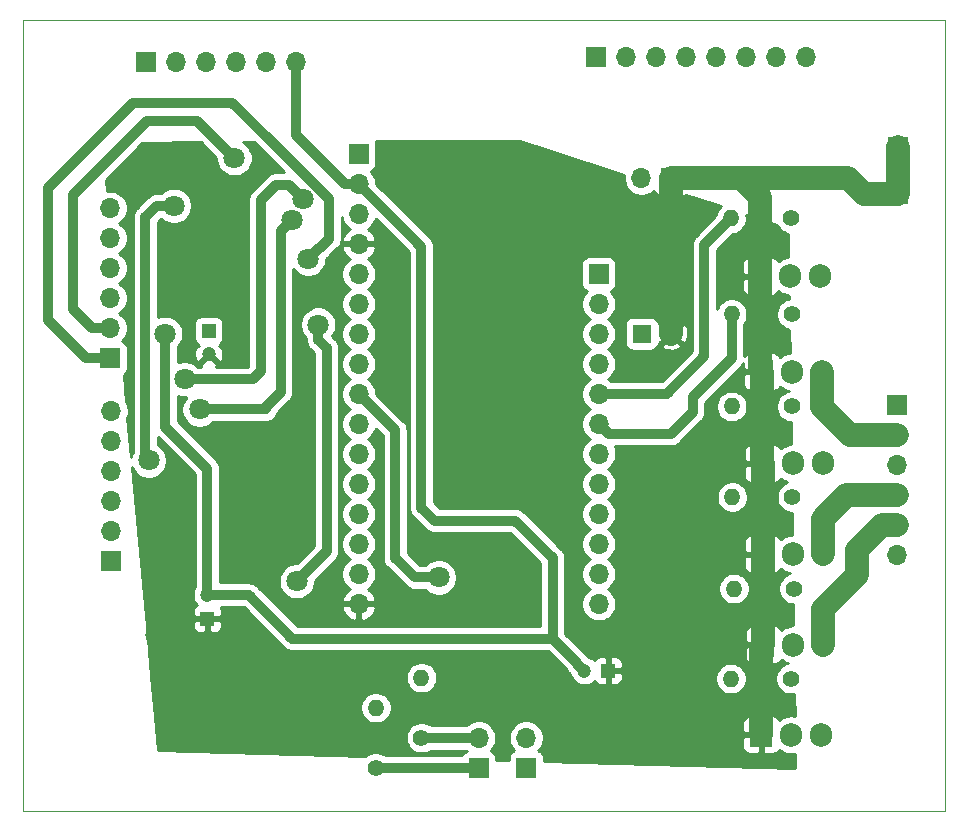
<source format=gbr>
G04 #@! TF.GenerationSoftware,KiCad,Pcbnew,5.1.5-52549c5~84~ubuntu18.04.1*
G04 #@! TF.CreationDate,2020-02-21T15:15:32-05:00*
G04 #@! TF.ProjectId,solenoid_board,736f6c65-6e6f-4696-945f-626f6172642e,rev?*
G04 #@! TF.SameCoordinates,Original*
G04 #@! TF.FileFunction,Copper,L2,Bot*
G04 #@! TF.FilePolarity,Positive*
%FSLAX46Y46*%
G04 Gerber Fmt 4.6, Leading zero omitted, Abs format (unit mm)*
G04 Created by KiCad (PCBNEW 5.1.5-52549c5~84~ubuntu18.04.1) date 2020-02-21 15:15:32*
%MOMM*%
%LPD*%
G04 APERTURE LIST*
G04 #@! TA.AperFunction,Profile*
%ADD10C,0.050000*%
G04 #@! TD*
G04 #@! TA.AperFunction,ComponentPad*
%ADD11O,1.400000X1.400000*%
G04 #@! TD*
G04 #@! TA.AperFunction,ComponentPad*
%ADD12C,1.400000*%
G04 #@! TD*
G04 #@! TA.AperFunction,ComponentPad*
%ADD13O,1.700000X1.700000*%
G04 #@! TD*
G04 #@! TA.AperFunction,ComponentPad*
%ADD14R,1.700000X1.700000*%
G04 #@! TD*
G04 #@! TA.AperFunction,ComponentPad*
%ADD15O,1.905000X2.000000*%
G04 #@! TD*
G04 #@! TA.AperFunction,ComponentPad*
%ADD16R,1.905000X2.000000*%
G04 #@! TD*
G04 #@! TA.AperFunction,ComponentPad*
%ADD17C,1.600000*%
G04 #@! TD*
G04 #@! TA.AperFunction,ComponentPad*
%ADD18R,1.600000X1.600000*%
G04 #@! TD*
G04 #@! TA.AperFunction,ComponentPad*
%ADD19C,1.200000*%
G04 #@! TD*
G04 #@! TA.AperFunction,ComponentPad*
%ADD20R,1.200000X1.200000*%
G04 #@! TD*
G04 #@! TA.AperFunction,ViaPad*
%ADD21C,1.800000*%
G04 #@! TD*
G04 #@! TA.AperFunction,ViaPad*
%ADD22C,0.800000*%
G04 #@! TD*
G04 #@! TA.AperFunction,Conductor*
%ADD23C,0.850000*%
G04 #@! TD*
G04 #@! TA.AperFunction,Conductor*
%ADD24C,2.000000*%
G04 #@! TD*
G04 #@! TA.AperFunction,Conductor*
%ADD25C,0.750000*%
G04 #@! TD*
G04 #@! TA.AperFunction,Conductor*
%ADD26C,0.254000*%
G04 #@! TD*
G04 APERTURE END LIST*
D10*
X97000000Y-60000000D02*
X97000000Y-127000000D01*
X175000000Y-60000000D02*
X97000000Y-60000000D01*
X175000000Y-127000000D02*
X175000000Y-60000000D01*
X97000000Y-127000000D02*
X175000000Y-127000000D01*
D11*
G04 #@! TO.P,R105,2*
G04 #@! TO.N,/D5*
X156895800Y-115798600D03*
D12*
G04 #@! TO.P,R105,1*
G04 #@! TO.N,Net-(FET5-Pad2)*
X161975800Y-115798600D03*
G04 #@! TD*
D11*
G04 #@! TO.P,R104,2*
G04 #@! TO.N,/D6*
X157149800Y-108178600D03*
D12*
G04 #@! TO.P,R104,1*
G04 #@! TO.N,Net-(FET4-Pad2)*
X162229800Y-108178600D03*
G04 #@! TD*
D11*
G04 #@! TO.P,R103,2*
G04 #@! TO.N,/D9*
X157022800Y-100431600D03*
D12*
G04 #@! TO.P,R103,1*
G04 #@! TO.N,Net-(FET3-Pad2)*
X162102800Y-100431600D03*
G04 #@! TD*
D11*
G04 #@! TO.P,R102,2*
G04 #@! TO.N,/D10*
X156972000Y-92760800D03*
D12*
G04 #@! TO.P,R102,1*
G04 #@! TO.N,Net-(FET2-Pad2)*
X162052000Y-92760800D03*
G04 #@! TD*
D11*
G04 #@! TO.P,R101,2*
G04 #@! TO.N,/D11*
X156972000Y-84937600D03*
D12*
G04 #@! TO.P,R101,1*
G04 #@! TO.N,Net-(FET1-Pad2)*
X162052000Y-84937600D03*
G04 #@! TD*
D11*
G04 #@! TO.P,R100,2*
G04 #@! TO.N,/D12*
X156921200Y-76835000D03*
D12*
G04 #@! TO.P,R100,1*
G04 #@! TO.N,Net-(FET0-Pad2)*
X162001200Y-76835000D03*
G04 #@! TD*
D11*
G04 #@! TO.P,R11,2*
G04 #@! TO.N,Net-(Prt_IC1-Pad1)*
X126847600Y-118262400D03*
D12*
G04 #@! TO.P,R11,1*
G04 #@! TO.N,/B*
X126847600Y-123342400D03*
G04 #@! TD*
D11*
G04 #@! TO.P,R10,2*
G04 #@! TO.N,Net-(Prt_IC1-Pad2)*
X130708400Y-115722400D03*
D12*
G04 #@! TO.P,R10,1*
G04 #@! TO.N,/A*
X130708400Y-120802400D03*
G04 #@! TD*
D13*
G04 #@! TO.P,Solenoid_IN1,6*
G04 #@! TO.N,Net-(FET5-Pad3)*
X170942000Y-105359200D03*
G04 #@! TO.P,Solenoid_IN1,5*
G04 #@! TO.N,Net-(FET4-Pad3)*
X170942000Y-102819200D03*
G04 #@! TO.P,Solenoid_IN1,4*
G04 #@! TO.N,Net-(FET3-Pad3)*
X170942000Y-100279200D03*
G04 #@! TO.P,Solenoid_IN1,3*
G04 #@! TO.N,Net-(FET2-Pad3)*
X170942000Y-97739200D03*
G04 #@! TO.P,Solenoid_IN1,2*
G04 #@! TO.N,Net-(FET1-Pad3)*
X170942000Y-95199200D03*
D14*
G04 #@! TO.P,Solenoid_IN1,1*
G04 #@! TO.N,Net-(FET0-Pad3)*
X170942000Y-92659200D03*
G04 #@! TD*
D13*
G04 #@! TO.P,INP3_INP5,6*
G04 #@! TO.N,/INP3_0*
X104419400Y-93167200D03*
G04 #@! TO.P,INP3_INP5,5*
G04 #@! TO.N,/INP3_1*
X104419400Y-95707200D03*
G04 #@! TO.P,INP3_INP5,4*
G04 #@! TO.N,/INP4_0*
X104419400Y-98247200D03*
G04 #@! TO.P,INP3_INP5,3*
G04 #@! TO.N,/INP4_1*
X104419400Y-100787200D03*
G04 #@! TO.P,INP3_INP5,2*
G04 #@! TO.N,/INP5_0*
X104419400Y-103327200D03*
D14*
G04 #@! TO.P,INP3_INP5,1*
G04 #@! TO.N,/INP5_1*
X104419400Y-105867200D03*
G04 #@! TD*
D13*
G04 #@! TO.P,INP0_INP2,6*
G04 #@! TO.N,/INP0_0*
X104343200Y-75971400D03*
G04 #@! TO.P,INP0_INP2,5*
G04 #@! TO.N,/INP0_1*
X104343200Y-78511400D03*
G04 #@! TO.P,INP0_INP2,4*
G04 #@! TO.N,/INP1_0*
X104343200Y-81051400D03*
G04 #@! TO.P,INP0_INP2,3*
G04 #@! TO.N,/INP1_1*
X104343200Y-83591400D03*
G04 #@! TO.P,INP0_INP2,2*
G04 #@! TO.N,/INP2_0*
X104343200Y-86131400D03*
D14*
G04 #@! TO.P,INP0_INP2,1*
G04 #@! TO.N,/INP2_1*
X104343200Y-88671400D03*
G04 #@! TD*
D13*
G04 #@! TO.P,COMMS1,2*
G04 #@! TO.N,/A*
X135559800Y-120827800D03*
D14*
G04 #@! TO.P,COMMS1,1*
G04 #@! TO.N,/B*
X135559800Y-123367800D03*
G04 #@! TD*
D13*
G04 #@! TO.P,COMMS0,2*
G04 #@! TO.N,/A*
X139573000Y-120802400D03*
D14*
G04 #@! TO.P,COMMS0,1*
G04 #@! TO.N,/B*
X139573000Y-123342400D03*
G04 #@! TD*
G04 #@! TO.P,COMM_GND1,1*
G04 #@! TO.N,GND*
X171043600Y-74803000D03*
G04 #@! TD*
D13*
G04 #@! TO.P,+5VIN1,2*
G04 #@! TO.N,+5V*
X149326600Y-73456800D03*
D14*
G04 #@! TO.P,+5VIN1,1*
G04 #@! TO.N,GND*
X151866600Y-73456800D03*
G04 #@! TD*
G04 #@! TO.P,+48V_GND1,1*
G04 #@! TO.N,GND*
X171094400Y-70789800D03*
G04 #@! TD*
D13*
G04 #@! TO.P,+48V1,8*
G04 #@! TO.N,+48V*
X163245800Y-63131700D03*
G04 #@! TO.P,+48V1,7*
X160705800Y-63131700D03*
G04 #@! TO.P,+48V1,6*
X158165800Y-63131700D03*
G04 #@! TO.P,+48V1,5*
X155625800Y-63131700D03*
G04 #@! TO.P,+48V1,4*
X153085800Y-63131700D03*
G04 #@! TO.P,+48V1,3*
X150545800Y-63131700D03*
G04 #@! TO.P,+48V1,2*
X148005800Y-63131700D03*
D14*
G04 #@! TO.P,+48V1,1*
X145465800Y-63131700D03*
G04 #@! TD*
D13*
G04 #@! TO.P,+3V3_OUT1,6*
G04 #@! TO.N,+3V3*
X120091200Y-63576200D03*
G04 #@! TO.P,+3V3_OUT1,5*
X117551200Y-63576200D03*
G04 #@! TO.P,+3V3_OUT1,4*
X115011200Y-63576200D03*
G04 #@! TO.P,+3V3_OUT1,3*
X112471200Y-63576200D03*
G04 #@! TO.P,+3V3_OUT1,2*
X109931200Y-63576200D03*
D14*
G04 #@! TO.P,+3V3_OUT1,1*
X107391200Y-63576200D03*
G04 #@! TD*
D15*
G04 #@! TO.P,FET1,3*
G04 #@! TO.N,Net-(FET1-Pad3)*
X164617400Y-89814400D03*
G04 #@! TO.P,FET1,2*
G04 #@! TO.N,Net-(FET1-Pad2)*
X162077400Y-89814400D03*
D16*
G04 #@! TO.P,FET1,1*
G04 #@! TO.N,GND*
X159537400Y-89814400D03*
G04 #@! TD*
D17*
G04 #@! TO.P,CP0,2*
G04 #@! TO.N,GND*
X151852000Y-86588600D03*
D18*
G04 #@! TO.P,CP0,1*
G04 #@! TO.N,+5V*
X149352000Y-86588600D03*
G04 #@! TD*
D19*
G04 #@! TO.P,C0.1nF2,2*
G04 #@! TO.N,GND*
X112699800Y-88334600D03*
D20*
G04 #@! TO.P,C0.1nF2,1*
G04 #@! TO.N,+3V3*
X112699800Y-86334600D03*
G04 #@! TD*
D19*
G04 #@! TO.P,C0.1nF1,2*
G04 #@! TO.N,+3V3*
X112572800Y-108718600D03*
D20*
G04 #@! TO.P,C0.1nF1,1*
G04 #@! TO.N,GND*
X112572800Y-110718600D03*
G04 #@! TD*
D19*
G04 #@! TO.P,C0.1nF0,2*
G04 #@! TO.N,+3V3*
X144507200Y-115138200D03*
D20*
G04 #@! TO.P,C0.1nF0,1*
G04 #@! TO.N,GND*
X146507200Y-115138200D03*
G04 #@! TD*
D15*
G04 #@! TO.P,FET2,3*
G04 #@! TO.N,Net-(FET2-Pad3)*
X164668200Y-97586800D03*
G04 #@! TO.P,FET2,2*
G04 #@! TO.N,Net-(FET2-Pad2)*
X162128200Y-97586800D03*
D16*
G04 #@! TO.P,FET2,1*
G04 #@! TO.N,GND*
X159588200Y-97586800D03*
G04 #@! TD*
D15*
G04 #@! TO.P,FET5,3*
G04 #@! TO.N,Net-(FET5-Pad3)*
X164541200Y-120548400D03*
G04 #@! TO.P,FET5,2*
G04 #@! TO.N,Net-(FET5-Pad2)*
X162001200Y-120548400D03*
D16*
G04 #@! TO.P,FET5,1*
G04 #@! TO.N,GND*
X159461200Y-120548400D03*
G04 #@! TD*
D15*
G04 #@! TO.P,FET4,3*
G04 #@! TO.N,Net-(FET4-Pad3)*
X164744400Y-112928400D03*
G04 #@! TO.P,FET4,2*
G04 #@! TO.N,Net-(FET4-Pad2)*
X162204400Y-112928400D03*
D16*
G04 #@! TO.P,FET4,1*
G04 #@! TO.N,GND*
X159664400Y-112928400D03*
G04 #@! TD*
D15*
G04 #@! TO.P,FET3,3*
G04 #@! TO.N,Net-(FET3-Pad3)*
X164668200Y-105257600D03*
G04 #@! TO.P,FET3,2*
G04 #@! TO.N,Net-(FET3-Pad2)*
X162128200Y-105257600D03*
D16*
G04 #@! TO.P,FET3,1*
G04 #@! TO.N,GND*
X159588200Y-105257600D03*
G04 #@! TD*
D15*
G04 #@! TO.P,FET0,3*
G04 #@! TO.N,Net-(FET0-Pad3)*
X164490400Y-81737200D03*
G04 #@! TO.P,FET0,2*
G04 #@! TO.N,Net-(FET0-Pad2)*
X161950400Y-81737200D03*
D16*
G04 #@! TO.P,FET0,1*
G04 #@! TO.N,GND*
X159410400Y-81737200D03*
G04 #@! TD*
D13*
G04 #@! TO.P,J3,12*
G04 #@! TO.N,N/C*
X145719800Y-109474000D03*
G04 #@! TO.P,J3,11*
X145719800Y-106934000D03*
G04 #@! TO.P,J3,10*
G04 #@! TO.N,/D5*
X145719800Y-104394000D03*
G04 #@! TO.P,J3,9*
G04 #@! TO.N,/D6*
X145719800Y-101854000D03*
G04 #@! TO.P,J3,8*
G04 #@! TO.N,/D9*
X145719800Y-99314000D03*
G04 #@! TO.P,J3,7*
G04 #@! TO.N,/D10*
X145719800Y-96774000D03*
G04 #@! TO.P,J3,6*
G04 #@! TO.N,/D11*
X145719800Y-94234000D03*
G04 #@! TO.P,J3,5*
G04 #@! TO.N,/D12*
X145719800Y-91694000D03*
G04 #@! TO.P,J3,4*
G04 #@! TO.N,N/C*
X145719800Y-89154000D03*
G04 #@! TO.P,J3,3*
G04 #@! TO.N,+5V*
X145719800Y-86614000D03*
G04 #@! TO.P,J3,2*
G04 #@! TO.N,N/C*
X145719800Y-84074000D03*
D14*
G04 #@! TO.P,J3,1*
X145719800Y-81534000D03*
G04 #@! TD*
D13*
G04 #@! TO.P,J2,16*
G04 #@! TO.N,GND*
X125399800Y-109474000D03*
G04 #@! TO.P,J2,15*
G04 #@! TO.N,/TX1*
X125399800Y-106934000D03*
G04 #@! TO.P,J2,14*
G04 #@! TO.N,/RX0*
X125399800Y-104394000D03*
G04 #@! TO.P,J2,13*
G04 #@! TO.N,/MISO*
X125399800Y-101854000D03*
G04 #@! TO.P,J2,12*
G04 #@! TO.N,N/C*
X125399800Y-99314000D03*
G04 #@! TO.P,J2,11*
G04 #@! TO.N,/SCK*
X125399800Y-96774000D03*
G04 #@! TO.P,J2,10*
G04 #@! TO.N,N/C*
X125399800Y-94234000D03*
G04 #@! TO.P,J2,9*
G04 #@! TO.N,/A4*
X125399800Y-91694000D03*
G04 #@! TO.P,J2,8*
G04 #@! TO.N,N/C*
X125399800Y-89154000D03*
G04 #@! TO.P,J2,7*
X125399800Y-86614000D03*
G04 #@! TO.P,J2,6*
X125399800Y-84074000D03*
G04 #@! TO.P,J2,5*
G04 #@! TO.N,/A0*
X125399800Y-81534000D03*
G04 #@! TO.P,J2,4*
G04 #@! TO.N,GND*
X125399800Y-78994000D03*
G04 #@! TO.P,J2,3*
G04 #@! TO.N,N/C*
X125399800Y-76454000D03*
G04 #@! TO.P,J2,2*
G04 #@! TO.N,+3V3*
X125399800Y-73914000D03*
D14*
G04 #@! TO.P,J2,1*
G04 #@! TO.N,N/C*
X125399800Y-71374000D03*
G04 #@! TD*
D21*
G04 #@! TO.N,/INP3_1*
X111925100Y-93014800D03*
X119735600Y-77000100D03*
G04 #@! TO.N,/INP3_0*
X110655100Y-90449400D03*
X120700800Y-75171300D03*
G04 #@! TO.N,/INP2_1*
X121119900Y-80238600D03*
G04 #@! TO.N,/INP2_0*
X114871500Y-71729600D03*
G04 #@! TO.N,GND*
X136398900Y-117475000D03*
D22*
X109880400Y-98259900D03*
D21*
X120230900Y-96056299D03*
X121780300Y-110223300D03*
X121780300Y-114604800D03*
X129311400Y-73926700D03*
X117449600Y-72466200D03*
X109061401Y-106248200D03*
X110007400Y-83185000D03*
X108242100Y-112102900D03*
X108407200Y-71196200D03*
G04 #@! TO.N,/A4*
X132181600Y-107238800D03*
G04 #@! TO.N,/A0*
X121970800Y-85826600D03*
X120142000Y-107556300D03*
G04 #@! TO.N,/SHIFT2_OUT*
X107619800Y-97332800D03*
X109753400Y-75755500D03*
G04 #@! TO.N,+3V3*
X109004100Y-86601300D03*
G04 #@! TD*
D23*
G04 #@! TO.N,/INP3_1*
X111925100Y-93014800D02*
X117513100Y-93014800D01*
X117513100Y-93014800D02*
X117513100Y-92798900D01*
X117513100Y-92798900D02*
X118795800Y-91516200D01*
X118795800Y-91516200D02*
X118795800Y-77939900D01*
X118795800Y-77939900D02*
X119735600Y-77000100D01*
X119735600Y-77000100D02*
X119735600Y-77000100D01*
G04 #@! TO.N,/INP3_0*
X110655100Y-90449400D02*
X116293900Y-90449400D01*
X116293900Y-90449400D02*
X116433600Y-90449400D01*
X116433600Y-90449400D02*
X117094000Y-89789000D01*
X117094000Y-89789000D02*
X117094000Y-75311000D01*
X117094000Y-75311000D02*
X118427500Y-73977500D01*
X118427500Y-73977500D02*
X119507000Y-73977500D01*
X119507000Y-73977500D02*
X120700800Y-75171300D01*
X120700800Y-75171300D02*
X120700800Y-75171300D01*
G04 #@! TO.N,/INP2_1*
X121119900Y-80238600D02*
X121119900Y-80238600D01*
X102298500Y-88671400D02*
X104343200Y-88671400D01*
X99085400Y-85458300D02*
X102298500Y-88671400D01*
X99085400Y-74256900D02*
X99085400Y-85458300D01*
X117690900Y-70027800D02*
X114693700Y-67030600D01*
X121119900Y-80238600D02*
X122019899Y-79338601D01*
X122019899Y-79338601D02*
X122134199Y-79338601D01*
X122134199Y-79338601D02*
X122885200Y-78587600D01*
X122885200Y-78587600D02*
X122885200Y-75196700D01*
X122885200Y-75196700D02*
X117716300Y-70027800D01*
X106311700Y-67030600D02*
X99085400Y-74256900D01*
X114693700Y-67030600D02*
X106311700Y-67030600D01*
X117716300Y-70027800D02*
X117690900Y-70027800D01*
G04 #@! TO.N,/INP2_0*
X104343200Y-86131400D02*
X102819200Y-86131400D01*
X102819200Y-86131400D02*
X101193600Y-84505800D01*
X101193600Y-84505800D02*
X101193600Y-74815700D01*
X101193600Y-74815700D02*
X107429300Y-68580000D01*
X107429300Y-68580000D02*
X111721900Y-68580000D01*
X111721900Y-68580000D02*
X114871500Y-71729600D01*
X114871500Y-71729600D02*
X114871500Y-71729600D01*
D24*
G04 #@! TO.N,GND*
X159410400Y-89687400D02*
X159537400Y-89814400D01*
X159410400Y-81737200D02*
X159410400Y-89687400D01*
X159537400Y-97536000D02*
X159588200Y-97586800D01*
X159537400Y-89814400D02*
X159537400Y-97536000D01*
X159588200Y-97586800D02*
X159588200Y-105257600D01*
X159588200Y-112852200D02*
X159664400Y-112928400D01*
X159588200Y-105257600D02*
X159588200Y-112852200D01*
X159461200Y-113131600D02*
X159664400Y-112928400D01*
X159461200Y-120548400D02*
X159461200Y-113131600D01*
X157861000Y-73456800D02*
X151866600Y-73456800D01*
X159410400Y-81737200D02*
X159410400Y-75006200D01*
X159410400Y-75006200D02*
X157861000Y-73456800D01*
X151852000Y-73471400D02*
X151866600Y-73456800D01*
X151852000Y-86588600D02*
X151852000Y-73471400D01*
X171094400Y-74752200D02*
X171043600Y-74803000D01*
X171094400Y-70789800D02*
X171094400Y-74752200D01*
X168193600Y-74803000D02*
X166847400Y-73456800D01*
X166847400Y-73456800D02*
X157861000Y-73456800D01*
X171043600Y-74803000D02*
X168193600Y-74803000D01*
D23*
G04 #@! TO.N,/A4*
X132181600Y-107238800D02*
X130149600Y-107238800D01*
X130149600Y-107238800D02*
X128473200Y-105562400D01*
X128473200Y-94767400D02*
X125399800Y-91694000D01*
X128473200Y-105562400D02*
X128473200Y-94767400D01*
G04 #@! TO.N,/A0*
X120142000Y-107556300D02*
X120142000Y-107556300D01*
X121970800Y-87099392D02*
X122682000Y-87810592D01*
X121970800Y-85826600D02*
X121970800Y-87099392D01*
X122682000Y-105016300D02*
X120142000Y-107556300D01*
X122682000Y-87810592D02*
X122682000Y-105016300D01*
G04 #@! TO.N,/D11*
X153670000Y-91998800D02*
X156972000Y-88696800D01*
X156972000Y-88696800D02*
X156972000Y-84937600D01*
X151829401Y-95083999D02*
X153670000Y-93243400D01*
X153670000Y-93243400D02*
X153670000Y-91998800D01*
X145719800Y-94234000D02*
X146569799Y-95083999D01*
X146569799Y-95083999D02*
X151829401Y-95083999D01*
G04 #@! TO.N,/D12*
X154660600Y-79095600D02*
X156921200Y-76835000D01*
X154660600Y-88519000D02*
X154660600Y-79095600D01*
X145719800Y-91694000D02*
X151485600Y-91694000D01*
X151485600Y-91694000D02*
X154660600Y-88519000D01*
G04 #@! TO.N,/SHIFT2_OUT*
X107327700Y-96913700D02*
X107327700Y-76720700D01*
X107327700Y-76720700D02*
X108292900Y-75755500D01*
X108292900Y-75755500D02*
X109753400Y-75755500D01*
X109753400Y-75755500D02*
X109753400Y-75755500D01*
D25*
G04 #@! TO.N,+3V3*
X112572800Y-108718600D02*
X113658400Y-108718600D01*
D23*
X143907201Y-114538201D02*
X143907201Y-114494001D01*
X144507200Y-115138200D02*
X143907201Y-114538201D01*
X143907201Y-114494001D02*
X141833600Y-112420400D01*
X141833600Y-112420400D02*
X119786400Y-112420400D01*
X113421328Y-108718600D02*
X112572800Y-108718600D01*
X116084600Y-108718600D02*
X113421328Y-108718600D01*
X119786400Y-112420400D02*
X116084600Y-108718600D01*
X141833600Y-112420400D02*
X141808200Y-112420400D01*
X130708400Y-79222600D02*
X125399800Y-73914000D01*
X130708400Y-101320600D02*
X130708400Y-79222600D01*
X141833600Y-112420400D02*
X141833600Y-105613200D01*
X141833600Y-105613200D02*
X138658600Y-102438200D01*
X131826000Y-102438200D02*
X130708400Y-101320600D01*
X138658600Y-102438200D02*
X131826000Y-102438200D01*
X120091200Y-64778281D02*
X120091200Y-63576200D01*
X120091200Y-69807481D02*
X120091200Y-64778281D01*
X124197719Y-73914000D02*
X120091200Y-69807481D01*
X125399800Y-73914000D02*
X124197719Y-73914000D01*
X109004100Y-86601300D02*
X109004100Y-94462600D01*
X112572800Y-98031300D02*
X112572800Y-108718600D01*
X109004100Y-94462600D02*
X112572800Y-98031300D01*
D24*
G04 #@! TO.N,Net-(FET1-Pad3)*
X167002200Y-95199200D02*
X170942000Y-95199200D01*
X164617400Y-89814400D02*
X164617400Y-92814400D01*
X164617400Y-92814400D02*
X167002200Y-95199200D01*
G04 #@! TO.N,Net-(FET3-Pad3)*
X164668200Y-105257600D02*
X164668200Y-102257600D01*
X166646600Y-100279200D02*
X170942000Y-100279200D01*
X164668200Y-102257600D02*
X166646600Y-100279200D01*
G04 #@! TO.N,Net-(FET4-Pad3)*
X164744400Y-109928400D02*
X167614600Y-107058200D01*
X164744400Y-112928400D02*
X164744400Y-109928400D01*
X169739919Y-102819200D02*
X170942000Y-102819200D01*
X167614600Y-104944519D02*
X169739919Y-102819200D01*
X167614600Y-107058200D02*
X167614600Y-104944519D01*
D23*
G04 #@! TO.N,/A*
X130733800Y-120827800D02*
X130708400Y-120802400D01*
X135559800Y-120827800D02*
X130733800Y-120827800D01*
G04 #@! TO.N,/B*
X126873000Y-123367800D02*
X126847600Y-123342400D01*
X135559800Y-123367800D02*
X126873000Y-123367800D01*
G04 #@! TD*
D26*
G04 #@! TO.N,GND*
G36*
X147876459Y-73135292D02*
G01*
X147841600Y-73310540D01*
X147841600Y-73603060D01*
X147898668Y-73889958D01*
X148010610Y-74160211D01*
X148173125Y-74403432D01*
X148379968Y-74610275D01*
X148623189Y-74772790D01*
X148893442Y-74884732D01*
X149180340Y-74941800D01*
X149472860Y-74941800D01*
X149759758Y-74884732D01*
X150030011Y-74772790D01*
X150273232Y-74610275D01*
X150405087Y-74478420D01*
X150427098Y-74550980D01*
X150486063Y-74661294D01*
X150565415Y-74757985D01*
X150662106Y-74837337D01*
X150772420Y-74896302D01*
X150892118Y-74932612D01*
X151016600Y-74944872D01*
X151580850Y-74941800D01*
X151739600Y-74783050D01*
X151739600Y-74400023D01*
X151993600Y-74483179D01*
X151993600Y-74783050D01*
X152152350Y-74941800D01*
X152716600Y-74944872D01*
X152841082Y-74932612D01*
X152960780Y-74896302D01*
X153071094Y-74837337D01*
X153072316Y-74836334D01*
X156055307Y-75812918D01*
X155884238Y-75983987D01*
X155738139Y-76202641D01*
X155637504Y-76445595D01*
X155594290Y-76662844D01*
X153947884Y-78309251D01*
X153907442Y-78342441D01*
X153874252Y-78382883D01*
X153874251Y-78382884D01*
X153774979Y-78503847D01*
X153676550Y-78687994D01*
X153615939Y-78887804D01*
X153595473Y-79095600D01*
X153600601Y-79147666D01*
X153600600Y-88079933D01*
X151046535Y-90634000D01*
X146759907Y-90634000D01*
X146666432Y-90540525D01*
X146492040Y-90424000D01*
X146666432Y-90307475D01*
X146873275Y-90100632D01*
X147035790Y-89857411D01*
X147147732Y-89587158D01*
X147204800Y-89300260D01*
X147204800Y-89007740D01*
X147147732Y-88720842D01*
X147035790Y-88450589D01*
X146873275Y-88207368D01*
X146666432Y-88000525D01*
X146492040Y-87884000D01*
X146666432Y-87767475D01*
X146873275Y-87560632D01*
X147035790Y-87317411D01*
X147147732Y-87047158D01*
X147204800Y-86760260D01*
X147204800Y-86467740D01*
X147147732Y-86180842D01*
X147035790Y-85910589D01*
X146954280Y-85788600D01*
X147913928Y-85788600D01*
X147913928Y-87388600D01*
X147926188Y-87513082D01*
X147962498Y-87632780D01*
X148021463Y-87743094D01*
X148100815Y-87839785D01*
X148197506Y-87919137D01*
X148307820Y-87978102D01*
X148427518Y-88014412D01*
X148552000Y-88026672D01*
X150152000Y-88026672D01*
X150276482Y-88014412D01*
X150396180Y-87978102D01*
X150506494Y-87919137D01*
X150603185Y-87839785D01*
X150682537Y-87743094D01*
X150741502Y-87632780D01*
X150757117Y-87581302D01*
X151038903Y-87581302D01*
X151110486Y-87825271D01*
X151365996Y-87946171D01*
X151640184Y-88014900D01*
X151922512Y-88028817D01*
X152202130Y-87987387D01*
X152468292Y-87892203D01*
X152593514Y-87825271D01*
X152665097Y-87581302D01*
X151852000Y-86768205D01*
X151038903Y-87581302D01*
X150757117Y-87581302D01*
X150777812Y-87513082D01*
X150790072Y-87388600D01*
X150790072Y-87381385D01*
X150859298Y-87401697D01*
X151672395Y-86588600D01*
X152031605Y-86588600D01*
X152844702Y-87401697D01*
X153088671Y-87330114D01*
X153209571Y-87074604D01*
X153278300Y-86800416D01*
X153292217Y-86518088D01*
X153250787Y-86238470D01*
X153155603Y-85972308D01*
X153088671Y-85847086D01*
X152844702Y-85775503D01*
X152031605Y-86588600D01*
X151672395Y-86588600D01*
X150859298Y-85775503D01*
X150790072Y-85795815D01*
X150790072Y-85788600D01*
X150777812Y-85664118D01*
X150757118Y-85595898D01*
X151038903Y-85595898D01*
X151852000Y-86408995D01*
X152665097Y-85595898D01*
X152593514Y-85351929D01*
X152338004Y-85231029D01*
X152063816Y-85162300D01*
X151781488Y-85148383D01*
X151501870Y-85189813D01*
X151235708Y-85284997D01*
X151110486Y-85351929D01*
X151038903Y-85595898D01*
X150757118Y-85595898D01*
X150741502Y-85544420D01*
X150682537Y-85434106D01*
X150603185Y-85337415D01*
X150506494Y-85258063D01*
X150396180Y-85199098D01*
X150276482Y-85162788D01*
X150152000Y-85150528D01*
X148552000Y-85150528D01*
X148427518Y-85162788D01*
X148307820Y-85199098D01*
X148197506Y-85258063D01*
X148100815Y-85337415D01*
X148021463Y-85434106D01*
X147962498Y-85544420D01*
X147926188Y-85664118D01*
X147913928Y-85788600D01*
X146954280Y-85788600D01*
X146873275Y-85667368D01*
X146666432Y-85460525D01*
X146492040Y-85344000D01*
X146666432Y-85227475D01*
X146873275Y-85020632D01*
X147035790Y-84777411D01*
X147147732Y-84507158D01*
X147204800Y-84220260D01*
X147204800Y-83927740D01*
X147147732Y-83640842D01*
X147035790Y-83370589D01*
X146873275Y-83127368D01*
X146741420Y-82995513D01*
X146813980Y-82973502D01*
X146924294Y-82914537D01*
X147020985Y-82835185D01*
X147100337Y-82738494D01*
X147159302Y-82628180D01*
X147195612Y-82508482D01*
X147207872Y-82384000D01*
X147207872Y-80684000D01*
X147195612Y-80559518D01*
X147159302Y-80439820D01*
X147100337Y-80329506D01*
X147020985Y-80232815D01*
X146924294Y-80153463D01*
X146813980Y-80094498D01*
X146694282Y-80058188D01*
X146569800Y-80045928D01*
X144869800Y-80045928D01*
X144745318Y-80058188D01*
X144625620Y-80094498D01*
X144515306Y-80153463D01*
X144418615Y-80232815D01*
X144339263Y-80329506D01*
X144280298Y-80439820D01*
X144243988Y-80559518D01*
X144231728Y-80684000D01*
X144231728Y-82384000D01*
X144243988Y-82508482D01*
X144280298Y-82628180D01*
X144339263Y-82738494D01*
X144418615Y-82835185D01*
X144515306Y-82914537D01*
X144625620Y-82973502D01*
X144698180Y-82995513D01*
X144566325Y-83127368D01*
X144403810Y-83370589D01*
X144291868Y-83640842D01*
X144234800Y-83927740D01*
X144234800Y-84220260D01*
X144291868Y-84507158D01*
X144403810Y-84777411D01*
X144566325Y-85020632D01*
X144773168Y-85227475D01*
X144947560Y-85344000D01*
X144773168Y-85460525D01*
X144566325Y-85667368D01*
X144403810Y-85910589D01*
X144291868Y-86180842D01*
X144234800Y-86467740D01*
X144234800Y-86760260D01*
X144291868Y-87047158D01*
X144403810Y-87317411D01*
X144566325Y-87560632D01*
X144773168Y-87767475D01*
X144947560Y-87884000D01*
X144773168Y-88000525D01*
X144566325Y-88207368D01*
X144403810Y-88450589D01*
X144291868Y-88720842D01*
X144234800Y-89007740D01*
X144234800Y-89300260D01*
X144291868Y-89587158D01*
X144403810Y-89857411D01*
X144566325Y-90100632D01*
X144773168Y-90307475D01*
X144947560Y-90424000D01*
X144773168Y-90540525D01*
X144566325Y-90747368D01*
X144403810Y-90990589D01*
X144291868Y-91260842D01*
X144234800Y-91547740D01*
X144234800Y-91840260D01*
X144291868Y-92127158D01*
X144403810Y-92397411D01*
X144566325Y-92640632D01*
X144773168Y-92847475D01*
X144947560Y-92964000D01*
X144773168Y-93080525D01*
X144566325Y-93287368D01*
X144403810Y-93530589D01*
X144291868Y-93800842D01*
X144234800Y-94087740D01*
X144234800Y-94380260D01*
X144291868Y-94667158D01*
X144403810Y-94937411D01*
X144566325Y-95180632D01*
X144773168Y-95387475D01*
X144947560Y-95504000D01*
X144773168Y-95620525D01*
X144566325Y-95827368D01*
X144403810Y-96070589D01*
X144291868Y-96340842D01*
X144234800Y-96627740D01*
X144234800Y-96920260D01*
X144291868Y-97207158D01*
X144403810Y-97477411D01*
X144566325Y-97720632D01*
X144773168Y-97927475D01*
X144947560Y-98044000D01*
X144773168Y-98160525D01*
X144566325Y-98367368D01*
X144403810Y-98610589D01*
X144291868Y-98880842D01*
X144234800Y-99167740D01*
X144234800Y-99460260D01*
X144291868Y-99747158D01*
X144403810Y-100017411D01*
X144566325Y-100260632D01*
X144773168Y-100467475D01*
X144947560Y-100584000D01*
X144773168Y-100700525D01*
X144566325Y-100907368D01*
X144403810Y-101150589D01*
X144291868Y-101420842D01*
X144234800Y-101707740D01*
X144234800Y-102000260D01*
X144291868Y-102287158D01*
X144403810Y-102557411D01*
X144566325Y-102800632D01*
X144773168Y-103007475D01*
X144947560Y-103124000D01*
X144773168Y-103240525D01*
X144566325Y-103447368D01*
X144403810Y-103690589D01*
X144291868Y-103960842D01*
X144234800Y-104247740D01*
X144234800Y-104540260D01*
X144291868Y-104827158D01*
X144403810Y-105097411D01*
X144566325Y-105340632D01*
X144773168Y-105547475D01*
X144947560Y-105664000D01*
X144773168Y-105780525D01*
X144566325Y-105987368D01*
X144403810Y-106230589D01*
X144291868Y-106500842D01*
X144234800Y-106787740D01*
X144234800Y-107080260D01*
X144291868Y-107367158D01*
X144403810Y-107637411D01*
X144566325Y-107880632D01*
X144773168Y-108087475D01*
X144947560Y-108204000D01*
X144773168Y-108320525D01*
X144566325Y-108527368D01*
X144403810Y-108770589D01*
X144291868Y-109040842D01*
X144234800Y-109327740D01*
X144234800Y-109620260D01*
X144291868Y-109907158D01*
X144403810Y-110177411D01*
X144566325Y-110420632D01*
X144773168Y-110627475D01*
X145016389Y-110789990D01*
X145286642Y-110901932D01*
X145573540Y-110959000D01*
X145866060Y-110959000D01*
X146152958Y-110901932D01*
X146423211Y-110789990D01*
X146666432Y-110627475D01*
X146873275Y-110420632D01*
X147035790Y-110177411D01*
X147147732Y-109907158D01*
X147204800Y-109620260D01*
X147204800Y-109327740D01*
X147147732Y-109040842D01*
X147035790Y-108770589D01*
X146873275Y-108527368D01*
X146666432Y-108320525D01*
X146492040Y-108204000D01*
X146666432Y-108087475D01*
X146706793Y-108047114D01*
X155814800Y-108047114D01*
X155814800Y-108310086D01*
X155866104Y-108568005D01*
X155966739Y-108810959D01*
X156112838Y-109029613D01*
X156298787Y-109215562D01*
X156517441Y-109361661D01*
X156760395Y-109462296D01*
X157018314Y-109513600D01*
X157281286Y-109513600D01*
X157539205Y-109462296D01*
X157782159Y-109361661D01*
X158000813Y-109215562D01*
X158186762Y-109029613D01*
X158332861Y-108810959D01*
X158433496Y-108568005D01*
X158484800Y-108310086D01*
X158484800Y-108047114D01*
X158433496Y-107789195D01*
X158332861Y-107546241D01*
X158186762Y-107327587D01*
X158000813Y-107141638D01*
X157782159Y-106995539D01*
X157539205Y-106894904D01*
X157281286Y-106843600D01*
X157018314Y-106843600D01*
X156760395Y-106894904D01*
X156517441Y-106995539D01*
X156298787Y-107141638D01*
X156112838Y-107327587D01*
X155966739Y-107546241D01*
X155866104Y-107789195D01*
X155814800Y-108047114D01*
X146706793Y-108047114D01*
X146873275Y-107880632D01*
X147035790Y-107637411D01*
X147147732Y-107367158D01*
X147204800Y-107080260D01*
X147204800Y-106787740D01*
X147147732Y-106500842D01*
X147046979Y-106257600D01*
X157997628Y-106257600D01*
X158009888Y-106382082D01*
X158046198Y-106501780D01*
X158105163Y-106612094D01*
X158184515Y-106708785D01*
X158281206Y-106788137D01*
X158391520Y-106847102D01*
X158511218Y-106883412D01*
X158635700Y-106895672D01*
X159302450Y-106892600D01*
X159461200Y-106733850D01*
X159461200Y-105384600D01*
X158159450Y-105384600D01*
X158000700Y-105543350D01*
X157997628Y-106257600D01*
X147046979Y-106257600D01*
X147035790Y-106230589D01*
X146873275Y-105987368D01*
X146666432Y-105780525D01*
X146492040Y-105664000D01*
X146666432Y-105547475D01*
X146873275Y-105340632D01*
X147035790Y-105097411D01*
X147147732Y-104827158D01*
X147204800Y-104540260D01*
X147204800Y-104257600D01*
X157997628Y-104257600D01*
X158000700Y-104971850D01*
X158159450Y-105130600D01*
X159461200Y-105130600D01*
X159461200Y-103781350D01*
X159302450Y-103622600D01*
X158635700Y-103619528D01*
X158511218Y-103631788D01*
X158391520Y-103668098D01*
X158281206Y-103727063D01*
X158184515Y-103806415D01*
X158105163Y-103903106D01*
X158046198Y-104013420D01*
X158009888Y-104133118D01*
X157997628Y-104257600D01*
X147204800Y-104257600D01*
X147204800Y-104247740D01*
X147147732Y-103960842D01*
X147035790Y-103690589D01*
X146873275Y-103447368D01*
X146666432Y-103240525D01*
X146492040Y-103124000D01*
X146666432Y-103007475D01*
X146873275Y-102800632D01*
X147035790Y-102557411D01*
X147147732Y-102287158D01*
X147204800Y-102000260D01*
X147204800Y-101707740D01*
X147147732Y-101420842D01*
X147035790Y-101150589D01*
X146873275Y-100907368D01*
X146666432Y-100700525D01*
X146492040Y-100584000D01*
X146666432Y-100467475D01*
X146833793Y-100300114D01*
X155687800Y-100300114D01*
X155687800Y-100563086D01*
X155739104Y-100821005D01*
X155839739Y-101063959D01*
X155985838Y-101282613D01*
X156171787Y-101468562D01*
X156390441Y-101614661D01*
X156633395Y-101715296D01*
X156891314Y-101766600D01*
X157154286Y-101766600D01*
X157412205Y-101715296D01*
X157655159Y-101614661D01*
X157873813Y-101468562D01*
X158059762Y-101282613D01*
X158205861Y-101063959D01*
X158306496Y-100821005D01*
X158357800Y-100563086D01*
X158357800Y-100300114D01*
X158306496Y-100042195D01*
X158205861Y-99799241D01*
X158059762Y-99580587D01*
X157873813Y-99394638D01*
X157655159Y-99248539D01*
X157412205Y-99147904D01*
X157154286Y-99096600D01*
X156891314Y-99096600D01*
X156633395Y-99147904D01*
X156390441Y-99248539D01*
X156171787Y-99394638D01*
X155985838Y-99580587D01*
X155839739Y-99799241D01*
X155739104Y-100042195D01*
X155687800Y-100300114D01*
X146833793Y-100300114D01*
X146873275Y-100260632D01*
X147035790Y-100017411D01*
X147147732Y-99747158D01*
X147204800Y-99460260D01*
X147204800Y-99167740D01*
X147147732Y-98880842D01*
X147035790Y-98610589D01*
X147019895Y-98586800D01*
X157997628Y-98586800D01*
X158009888Y-98711282D01*
X158046198Y-98830980D01*
X158105163Y-98941294D01*
X158184515Y-99037985D01*
X158281206Y-99117337D01*
X158391520Y-99176302D01*
X158511218Y-99212612D01*
X158635700Y-99224872D01*
X159302450Y-99221800D01*
X159461200Y-99063050D01*
X159461200Y-97713800D01*
X158159450Y-97713800D01*
X158000700Y-97872550D01*
X157997628Y-98586800D01*
X147019895Y-98586800D01*
X146873275Y-98367368D01*
X146666432Y-98160525D01*
X146492040Y-98044000D01*
X146666432Y-97927475D01*
X146873275Y-97720632D01*
X147035790Y-97477411D01*
X147147732Y-97207158D01*
X147204800Y-96920260D01*
X147204800Y-96627740D01*
X147196657Y-96586800D01*
X157997628Y-96586800D01*
X158000700Y-97301050D01*
X158159450Y-97459800D01*
X159461200Y-97459800D01*
X159461200Y-96110550D01*
X159302450Y-95951800D01*
X158635700Y-95948728D01*
X158511218Y-95960988D01*
X158391520Y-95997298D01*
X158281206Y-96056263D01*
X158184515Y-96135615D01*
X158105163Y-96232306D01*
X158046198Y-96342620D01*
X158009888Y-96462318D01*
X157997628Y-96586800D01*
X147196657Y-96586800D01*
X147147732Y-96340842D01*
X147066197Y-96143999D01*
X151777345Y-96143999D01*
X151829401Y-96149126D01*
X151881457Y-96143999D01*
X151881467Y-96143999D01*
X152037197Y-96128661D01*
X152237008Y-96068049D01*
X152421154Y-95969621D01*
X152582560Y-95837158D01*
X152615754Y-95796711D01*
X154382722Y-94029745D01*
X154423159Y-93996559D01*
X154456345Y-93956122D01*
X154456349Y-93956118D01*
X154555621Y-93835154D01*
X154560304Y-93826394D01*
X154654050Y-93651007D01*
X154714662Y-93451196D01*
X154730000Y-93295466D01*
X154730000Y-93295457D01*
X154735127Y-93243401D01*
X154730000Y-93191345D01*
X154730000Y-92629314D01*
X155637000Y-92629314D01*
X155637000Y-92892286D01*
X155688304Y-93150205D01*
X155788939Y-93393159D01*
X155935038Y-93611813D01*
X156120987Y-93797762D01*
X156339641Y-93943861D01*
X156582595Y-94044496D01*
X156840514Y-94095800D01*
X157103486Y-94095800D01*
X157361405Y-94044496D01*
X157604359Y-93943861D01*
X157823013Y-93797762D01*
X158008962Y-93611813D01*
X158155061Y-93393159D01*
X158255696Y-93150205D01*
X158307000Y-92892286D01*
X158307000Y-92629314D01*
X158255696Y-92371395D01*
X158155061Y-92128441D01*
X158008962Y-91909787D01*
X157823013Y-91723838D01*
X157604359Y-91577739D01*
X157361405Y-91477104D01*
X157103486Y-91425800D01*
X156840514Y-91425800D01*
X156582595Y-91477104D01*
X156339641Y-91577739D01*
X156120987Y-91723838D01*
X155935038Y-91909787D01*
X155788939Y-92128441D01*
X155688304Y-92371395D01*
X155637000Y-92629314D01*
X154730000Y-92629314D01*
X154730000Y-92437865D01*
X156353466Y-90814400D01*
X157946828Y-90814400D01*
X157959088Y-90938882D01*
X157995398Y-91058580D01*
X158054363Y-91168894D01*
X158133715Y-91265585D01*
X158230406Y-91344937D01*
X158340720Y-91403902D01*
X158460418Y-91440212D01*
X158584900Y-91452472D01*
X159251650Y-91449400D01*
X159410400Y-91290650D01*
X159410400Y-89941400D01*
X158108650Y-89941400D01*
X157949900Y-90100150D01*
X157946828Y-90814400D01*
X156353466Y-90814400D01*
X157684722Y-89483145D01*
X157725159Y-89449959D01*
X157758345Y-89409522D01*
X157758349Y-89409518D01*
X157857621Y-89288554D01*
X157857622Y-89288553D01*
X157948139Y-89119207D01*
X157949900Y-89528650D01*
X158108650Y-89687400D01*
X159410400Y-89687400D01*
X159410400Y-88338150D01*
X159251650Y-88179400D01*
X158584900Y-88176328D01*
X158460418Y-88188588D01*
X158340720Y-88224898D01*
X158230406Y-88283863D01*
X158133715Y-88363215D01*
X158054363Y-88459906D01*
X158032000Y-88501744D01*
X158032000Y-85754134D01*
X158155061Y-85569959D01*
X158255696Y-85327005D01*
X158307000Y-85069086D01*
X158307000Y-84806114D01*
X158255696Y-84548195D01*
X158155061Y-84305241D01*
X158008962Y-84086587D01*
X157823013Y-83900638D01*
X157604359Y-83754539D01*
X157361405Y-83653904D01*
X157103486Y-83602600D01*
X156840514Y-83602600D01*
X156582595Y-83653904D01*
X156339641Y-83754539D01*
X156120987Y-83900638D01*
X155935038Y-84086587D01*
X155788939Y-84305241D01*
X155720600Y-84470226D01*
X155720600Y-82737200D01*
X157819828Y-82737200D01*
X157832088Y-82861682D01*
X157868398Y-82981380D01*
X157927363Y-83091694D01*
X158006715Y-83188385D01*
X158103406Y-83267737D01*
X158213720Y-83326702D01*
X158333418Y-83363012D01*
X158457900Y-83375272D01*
X159124650Y-83372200D01*
X159283400Y-83213450D01*
X159283400Y-81864200D01*
X157981650Y-81864200D01*
X157822900Y-82022950D01*
X157819828Y-82737200D01*
X155720600Y-82737200D01*
X155720600Y-80737200D01*
X157819828Y-80737200D01*
X157822900Y-81451450D01*
X157981650Y-81610200D01*
X159283400Y-81610200D01*
X159283400Y-80260950D01*
X159124650Y-80102200D01*
X158457900Y-80099128D01*
X158333418Y-80111388D01*
X158213720Y-80147698D01*
X158103406Y-80206663D01*
X158006715Y-80286015D01*
X157927363Y-80382706D01*
X157868398Y-80493020D01*
X157832088Y-80612718D01*
X157819828Y-80737200D01*
X155720600Y-80737200D01*
X155720600Y-79534665D01*
X157093356Y-78161910D01*
X157310605Y-78118696D01*
X157553559Y-78018061D01*
X157772213Y-77871962D01*
X157958162Y-77686013D01*
X158104261Y-77467359D01*
X158204896Y-77224405D01*
X158256200Y-76966486D01*
X158256200Y-76703514D01*
X158220017Y-76521610D01*
X160772536Y-77357265D01*
X160818139Y-77467359D01*
X160964238Y-77686013D01*
X161150187Y-77871962D01*
X161368841Y-78018061D01*
X161611795Y-78118696D01*
X161754816Y-78147145D01*
X161781430Y-80111161D01*
X161639196Y-80125170D01*
X161339951Y-80215945D01*
X161064165Y-80363355D01*
X160938305Y-80466646D01*
X160893437Y-80382706D01*
X160814085Y-80286015D01*
X160717394Y-80206663D01*
X160607080Y-80147698D01*
X160487382Y-80111388D01*
X160362900Y-80099128D01*
X159696150Y-80102200D01*
X159537400Y-80260950D01*
X159537400Y-81610200D01*
X159557400Y-81610200D01*
X159557400Y-81864200D01*
X159537400Y-81864200D01*
X159537400Y-83213450D01*
X159696150Y-83372200D01*
X160362900Y-83375272D01*
X160487382Y-83363012D01*
X160607080Y-83326702D01*
X160717394Y-83267737D01*
X160814085Y-83188385D01*
X160893437Y-83091694D01*
X160938305Y-83007753D01*
X161064166Y-83111045D01*
X161339952Y-83258455D01*
X161639197Y-83349230D01*
X161825558Y-83367585D01*
X161828989Y-83620806D01*
X161662595Y-83653904D01*
X161419641Y-83754539D01*
X161200987Y-83900638D01*
X161015038Y-84086587D01*
X160868939Y-84305241D01*
X160768304Y-84548195D01*
X160717000Y-84806114D01*
X160717000Y-85069086D01*
X160768304Y-85327005D01*
X160868939Y-85569959D01*
X161015038Y-85788613D01*
X161200987Y-85974562D01*
X161419641Y-86120661D01*
X161662595Y-86221296D01*
X161864773Y-86261512D01*
X161890907Y-88190087D01*
X161766196Y-88202370D01*
X161466951Y-88293145D01*
X161191165Y-88440555D01*
X161065305Y-88543846D01*
X161020437Y-88459906D01*
X160941085Y-88363215D01*
X160844394Y-88283863D01*
X160734080Y-88224898D01*
X160614382Y-88188588D01*
X160489900Y-88176328D01*
X159823150Y-88179400D01*
X159664400Y-88338150D01*
X159664400Y-89687400D01*
X159684400Y-89687400D01*
X159684400Y-89941400D01*
X159664400Y-89941400D01*
X159664400Y-91290650D01*
X159823150Y-91449400D01*
X160489900Y-91452472D01*
X160614382Y-91440212D01*
X160734080Y-91403902D01*
X160844394Y-91344937D01*
X160941085Y-91265585D01*
X161020437Y-91168894D01*
X161065305Y-91084953D01*
X161191166Y-91188245D01*
X161466952Y-91335655D01*
X161766197Y-91426430D01*
X161867291Y-91436387D01*
X161662595Y-91477104D01*
X161419641Y-91577739D01*
X161200987Y-91723838D01*
X161015038Y-91909787D01*
X160868939Y-92128441D01*
X160768304Y-92371395D01*
X160717000Y-92629314D01*
X160717000Y-92892286D01*
X160768304Y-93150205D01*
X160868939Y-93393159D01*
X161015038Y-93611813D01*
X161200987Y-93797762D01*
X161419641Y-93943861D01*
X161662595Y-94044496D01*
X161920514Y-94095800D01*
X161970934Y-94095800D01*
X161996157Y-95957124D01*
X161816996Y-95974770D01*
X161517751Y-96065545D01*
X161241965Y-96212955D01*
X161116105Y-96316246D01*
X161071237Y-96232306D01*
X160991885Y-96135615D01*
X160895194Y-96056263D01*
X160784880Y-95997298D01*
X160665182Y-95960988D01*
X160540700Y-95948728D01*
X159873950Y-95951800D01*
X159715200Y-96110550D01*
X159715200Y-97459800D01*
X159735200Y-97459800D01*
X159735200Y-97713800D01*
X159715200Y-97713800D01*
X159715200Y-99063050D01*
X159873950Y-99221800D01*
X160540700Y-99224872D01*
X160665182Y-99212612D01*
X160784880Y-99176302D01*
X160895194Y-99117337D01*
X160991885Y-99037985D01*
X161071237Y-98941294D01*
X161116105Y-98857353D01*
X161241966Y-98960645D01*
X161517752Y-99108055D01*
X161686221Y-99159160D01*
X161470441Y-99248539D01*
X161251787Y-99394638D01*
X161065838Y-99580587D01*
X160919739Y-99799241D01*
X160819104Y-100042195D01*
X160767800Y-100300114D01*
X160767800Y-100563086D01*
X160819104Y-100821005D01*
X160919739Y-101063959D01*
X161065838Y-101282613D01*
X161251787Y-101468562D01*
X161470441Y-101614661D01*
X161713395Y-101715296D01*
X161971314Y-101766600D01*
X162074881Y-101766600D01*
X162099965Y-103617700D01*
X161816996Y-103645570D01*
X161517751Y-103736345D01*
X161241965Y-103883755D01*
X161116105Y-103987046D01*
X161071237Y-103903106D01*
X160991885Y-103806415D01*
X160895194Y-103727063D01*
X160784880Y-103668098D01*
X160665182Y-103631788D01*
X160540700Y-103619528D01*
X159873950Y-103622600D01*
X159715200Y-103781350D01*
X159715200Y-105130600D01*
X159735200Y-105130600D01*
X159735200Y-105384600D01*
X159715200Y-105384600D01*
X159715200Y-106733850D01*
X159873950Y-106892600D01*
X160540700Y-106895672D01*
X160665182Y-106883412D01*
X160784880Y-106847102D01*
X160895194Y-106788137D01*
X160991885Y-106708785D01*
X161071237Y-106612094D01*
X161116105Y-106528153D01*
X161241966Y-106631445D01*
X161517752Y-106778855D01*
X161816997Y-106869630D01*
X161917627Y-106879541D01*
X161840395Y-106894904D01*
X161597441Y-106995539D01*
X161378787Y-107141638D01*
X161192838Y-107327587D01*
X161046739Y-107546241D01*
X160946104Y-107789195D01*
X160894800Y-108047114D01*
X160894800Y-108310086D01*
X160946104Y-108568005D01*
X161046739Y-108810959D01*
X161192838Y-109029613D01*
X161378787Y-109215562D01*
X161597441Y-109361661D01*
X161840395Y-109462296D01*
X162098314Y-109513600D01*
X162179859Y-109513600D01*
X162203874Y-111285771D01*
X161893196Y-111316370D01*
X161593951Y-111407145D01*
X161318165Y-111554555D01*
X161192305Y-111657846D01*
X161147437Y-111573906D01*
X161068085Y-111477215D01*
X160971394Y-111397863D01*
X160861080Y-111338898D01*
X160741382Y-111302588D01*
X160616900Y-111290328D01*
X159950150Y-111293400D01*
X159791400Y-111452150D01*
X159791400Y-112801400D01*
X159811400Y-112801400D01*
X159811400Y-113055400D01*
X159791400Y-113055400D01*
X159791400Y-114404650D01*
X159950150Y-114563400D01*
X160616900Y-114566472D01*
X160741382Y-114554212D01*
X160861080Y-114517902D01*
X160971394Y-114458937D01*
X161068085Y-114379585D01*
X161147437Y-114282894D01*
X161192305Y-114198953D01*
X161318166Y-114302245D01*
X161593952Y-114449655D01*
X161720869Y-114488155D01*
X161586395Y-114514904D01*
X161343441Y-114615539D01*
X161124787Y-114761638D01*
X160938838Y-114947587D01*
X160792739Y-115166241D01*
X160692104Y-115409195D01*
X160640800Y-115667114D01*
X160640800Y-115930086D01*
X160692104Y-116188005D01*
X160792739Y-116430959D01*
X160938838Y-116649613D01*
X161124787Y-116835562D01*
X161343441Y-116981661D01*
X161586395Y-117082296D01*
X161844314Y-117133600D01*
X162107286Y-117133600D01*
X162282644Y-117098719D01*
X162307540Y-118935891D01*
X162001200Y-118905719D01*
X161689996Y-118936370D01*
X161390751Y-119027145D01*
X161114965Y-119174555D01*
X160989105Y-119277846D01*
X160944237Y-119193906D01*
X160864885Y-119097215D01*
X160768194Y-119017863D01*
X160657880Y-118958898D01*
X160538182Y-118922588D01*
X160413700Y-118910328D01*
X159746950Y-118913400D01*
X159588200Y-119072150D01*
X159588200Y-120421400D01*
X159608200Y-120421400D01*
X159608200Y-120675400D01*
X159588200Y-120675400D01*
X159588200Y-122024650D01*
X159746950Y-122183400D01*
X160413700Y-122186472D01*
X160538182Y-122174212D01*
X160657880Y-122137902D01*
X160768194Y-122078937D01*
X160864885Y-121999585D01*
X160944237Y-121902894D01*
X160989105Y-121818953D01*
X161114966Y-121922245D01*
X161390752Y-122069655D01*
X161689997Y-122160430D01*
X162001200Y-122191081D01*
X162312404Y-122160430D01*
X162351076Y-122148699D01*
X162367566Y-123365587D01*
X141061072Y-122770957D01*
X141061072Y-122492400D01*
X141048812Y-122367918D01*
X141012502Y-122248220D01*
X140953537Y-122137906D01*
X140874185Y-122041215D01*
X140777494Y-121961863D01*
X140667180Y-121902898D01*
X140594620Y-121880887D01*
X140726475Y-121749032D01*
X140860532Y-121548400D01*
X157870628Y-121548400D01*
X157882888Y-121672882D01*
X157919198Y-121792580D01*
X157978163Y-121902894D01*
X158057515Y-121999585D01*
X158154206Y-122078937D01*
X158264520Y-122137902D01*
X158384218Y-122174212D01*
X158508700Y-122186472D01*
X159175450Y-122183400D01*
X159334200Y-122024650D01*
X159334200Y-120675400D01*
X158032450Y-120675400D01*
X157873700Y-120834150D01*
X157870628Y-121548400D01*
X140860532Y-121548400D01*
X140888990Y-121505811D01*
X141000932Y-121235558D01*
X141058000Y-120948660D01*
X141058000Y-120656140D01*
X141000932Y-120369242D01*
X140888990Y-120098989D01*
X140726475Y-119855768D01*
X140519632Y-119648925D01*
X140369186Y-119548400D01*
X157870628Y-119548400D01*
X157873700Y-120262650D01*
X158032450Y-120421400D01*
X159334200Y-120421400D01*
X159334200Y-119072150D01*
X159175450Y-118913400D01*
X158508700Y-118910328D01*
X158384218Y-118922588D01*
X158264520Y-118958898D01*
X158154206Y-119017863D01*
X158057515Y-119097215D01*
X157978163Y-119193906D01*
X157919198Y-119304220D01*
X157882888Y-119423918D01*
X157870628Y-119548400D01*
X140369186Y-119548400D01*
X140276411Y-119486410D01*
X140006158Y-119374468D01*
X139719260Y-119317400D01*
X139426740Y-119317400D01*
X139139842Y-119374468D01*
X138869589Y-119486410D01*
X138626368Y-119648925D01*
X138419525Y-119855768D01*
X138257010Y-120098989D01*
X138145068Y-120369242D01*
X138088000Y-120656140D01*
X138088000Y-120948660D01*
X138145068Y-121235558D01*
X138257010Y-121505811D01*
X138419525Y-121749032D01*
X138551380Y-121880887D01*
X138478820Y-121902898D01*
X138368506Y-121961863D01*
X138271815Y-122041215D01*
X138192463Y-122137906D01*
X138133498Y-122248220D01*
X138097188Y-122367918D01*
X138084928Y-122492400D01*
X138084928Y-122687898D01*
X137047872Y-122658955D01*
X137047872Y-122517800D01*
X137035612Y-122393318D01*
X136999302Y-122273620D01*
X136940337Y-122163306D01*
X136860985Y-122066615D01*
X136764294Y-121987263D01*
X136653980Y-121928298D01*
X136581420Y-121906287D01*
X136713275Y-121774432D01*
X136875790Y-121531211D01*
X136987732Y-121260958D01*
X137044800Y-120974060D01*
X137044800Y-120681540D01*
X136987732Y-120394642D01*
X136875790Y-120124389D01*
X136713275Y-119881168D01*
X136506432Y-119674325D01*
X136263211Y-119511810D01*
X135992958Y-119399868D01*
X135706060Y-119342800D01*
X135413540Y-119342800D01*
X135126642Y-119399868D01*
X134856389Y-119511810D01*
X134613168Y-119674325D01*
X134519693Y-119767800D01*
X131561775Y-119767800D01*
X131559413Y-119765438D01*
X131340759Y-119619339D01*
X131097805Y-119518704D01*
X130839886Y-119467400D01*
X130576914Y-119467400D01*
X130318995Y-119518704D01*
X130076041Y-119619339D01*
X129857387Y-119765438D01*
X129671438Y-119951387D01*
X129525339Y-120170041D01*
X129424704Y-120412995D01*
X129373400Y-120670914D01*
X129373400Y-120933886D01*
X129424704Y-121191805D01*
X129525339Y-121434759D01*
X129671438Y-121653413D01*
X129857387Y-121839362D01*
X130076041Y-121985461D01*
X130318995Y-122086096D01*
X130576914Y-122137400D01*
X130839886Y-122137400D01*
X131097805Y-122086096D01*
X131340759Y-121985461D01*
X131486920Y-121887800D01*
X134519693Y-121887800D01*
X134538180Y-121906287D01*
X134465620Y-121928298D01*
X134355306Y-121987263D01*
X134258615Y-122066615D01*
X134179263Y-122163306D01*
X134120298Y-122273620D01*
X134109930Y-122307800D01*
X127700975Y-122307800D01*
X127698613Y-122305438D01*
X127479959Y-122159339D01*
X127237005Y-122058704D01*
X126979086Y-122007400D01*
X126716114Y-122007400D01*
X126458195Y-122058704D01*
X126215241Y-122159339D01*
X125996587Y-122305438D01*
X125952718Y-122349307D01*
X108409026Y-121859691D01*
X108065297Y-118130914D01*
X125512600Y-118130914D01*
X125512600Y-118393886D01*
X125563904Y-118651805D01*
X125664539Y-118894759D01*
X125810638Y-119113413D01*
X125996587Y-119299362D01*
X126215241Y-119445461D01*
X126458195Y-119546096D01*
X126716114Y-119597400D01*
X126979086Y-119597400D01*
X127237005Y-119546096D01*
X127479959Y-119445461D01*
X127698613Y-119299362D01*
X127884562Y-119113413D01*
X128030661Y-118894759D01*
X128131296Y-118651805D01*
X128182600Y-118393886D01*
X128182600Y-118130914D01*
X128131296Y-117872995D01*
X128030661Y-117630041D01*
X127884562Y-117411387D01*
X127698613Y-117225438D01*
X127479959Y-117079339D01*
X127237005Y-116978704D01*
X126979086Y-116927400D01*
X126716114Y-116927400D01*
X126458195Y-116978704D01*
X126215241Y-117079339D01*
X125996587Y-117225438D01*
X125810638Y-117411387D01*
X125664539Y-117630041D01*
X125563904Y-117872995D01*
X125512600Y-118130914D01*
X108065297Y-118130914D01*
X107831153Y-115590914D01*
X129373400Y-115590914D01*
X129373400Y-115853886D01*
X129424704Y-116111805D01*
X129525339Y-116354759D01*
X129671438Y-116573413D01*
X129857387Y-116759362D01*
X130076041Y-116905461D01*
X130318995Y-117006096D01*
X130576914Y-117057400D01*
X130839886Y-117057400D01*
X131097805Y-117006096D01*
X131340759Y-116905461D01*
X131559413Y-116759362D01*
X131745362Y-116573413D01*
X131891461Y-116354759D01*
X131992096Y-116111805D01*
X132043400Y-115853886D01*
X132043400Y-115590914D01*
X131992096Y-115332995D01*
X131891461Y-115090041D01*
X131745362Y-114871387D01*
X131559413Y-114685438D01*
X131340759Y-114539339D01*
X131097805Y-114438704D01*
X130839886Y-114387400D01*
X130576914Y-114387400D01*
X130318995Y-114438704D01*
X130076041Y-114539339D01*
X129857387Y-114685438D01*
X129671438Y-114871387D01*
X129525339Y-115090041D01*
X129424704Y-115332995D01*
X129373400Y-115590914D01*
X107831153Y-115590914D01*
X107437318Y-111318600D01*
X111334728Y-111318600D01*
X111346988Y-111443082D01*
X111383298Y-111562780D01*
X111442263Y-111673094D01*
X111521615Y-111769785D01*
X111618306Y-111849137D01*
X111728620Y-111908102D01*
X111848318Y-111944412D01*
X111972800Y-111956672D01*
X112287050Y-111953600D01*
X112445800Y-111794850D01*
X112445800Y-110845600D01*
X112699800Y-110845600D01*
X112699800Y-111794850D01*
X112858550Y-111953600D01*
X113172800Y-111956672D01*
X113297282Y-111944412D01*
X113416980Y-111908102D01*
X113527294Y-111849137D01*
X113623985Y-111769785D01*
X113703337Y-111673094D01*
X113762302Y-111562780D01*
X113798612Y-111443082D01*
X113810872Y-111318600D01*
X113807800Y-111004350D01*
X113649050Y-110845600D01*
X112699800Y-110845600D01*
X112445800Y-110845600D01*
X111496550Y-110845600D01*
X111337800Y-111004350D01*
X111334728Y-111318600D01*
X107437318Y-111318600D01*
X106202379Y-97921992D01*
X106259501Y-98059895D01*
X106427488Y-98311305D01*
X106641295Y-98525112D01*
X106892705Y-98693099D01*
X107172057Y-98808811D01*
X107468616Y-98867800D01*
X107770984Y-98867800D01*
X108067543Y-98808811D01*
X108346895Y-98693099D01*
X108598305Y-98525112D01*
X108812112Y-98311305D01*
X108980099Y-98059895D01*
X109095811Y-97780543D01*
X109154800Y-97483984D01*
X109154800Y-97181616D01*
X109095811Y-96885057D01*
X108980099Y-96605705D01*
X108812112Y-96354295D01*
X108598305Y-96140488D01*
X108387700Y-95999766D01*
X108387700Y-95345265D01*
X111512800Y-98470366D01*
X111512801Y-108082059D01*
X111478357Y-108133608D01*
X111385260Y-108358364D01*
X111337800Y-108596963D01*
X111337800Y-108840237D01*
X111385260Y-109078836D01*
X111478357Y-109303592D01*
X111613513Y-109505867D01*
X111668747Y-109561101D01*
X111618306Y-109588063D01*
X111521615Y-109667415D01*
X111442263Y-109764106D01*
X111383298Y-109874420D01*
X111346988Y-109994118D01*
X111334728Y-110118600D01*
X111337800Y-110432850D01*
X111496550Y-110591600D01*
X112445800Y-110591600D01*
X112445800Y-110571600D01*
X112699800Y-110571600D01*
X112699800Y-110591600D01*
X113649050Y-110591600D01*
X113807800Y-110432850D01*
X113810872Y-110118600D01*
X113798612Y-109994118D01*
X113762302Y-109874420D01*
X113711084Y-109778600D01*
X115645535Y-109778600D01*
X119000050Y-113133116D01*
X119033241Y-113173559D01*
X119194647Y-113306022D01*
X119378793Y-113404450D01*
X119578603Y-113465062D01*
X119596719Y-113466846D01*
X119734334Y-113480400D01*
X119734342Y-113480400D01*
X119786400Y-113485527D01*
X119838458Y-113480400D01*
X141394535Y-113480400D01*
X142995733Y-115081599D01*
X143021579Y-115129954D01*
X143154042Y-115291360D01*
X143194490Y-115324555D01*
X143307565Y-115437630D01*
X143319660Y-115498436D01*
X143412757Y-115723192D01*
X143547913Y-115925467D01*
X143719933Y-116097487D01*
X143922208Y-116232643D01*
X144146964Y-116325740D01*
X144385563Y-116373200D01*
X144628837Y-116373200D01*
X144867436Y-116325740D01*
X145092192Y-116232643D01*
X145294467Y-116097487D01*
X145349701Y-116042253D01*
X145376663Y-116092694D01*
X145456015Y-116189385D01*
X145552706Y-116268737D01*
X145663020Y-116327702D01*
X145782718Y-116364012D01*
X145907200Y-116376272D01*
X146221450Y-116373200D01*
X146380200Y-116214450D01*
X146380200Y-115265200D01*
X146634200Y-115265200D01*
X146634200Y-116214450D01*
X146792950Y-116373200D01*
X147107200Y-116376272D01*
X147231682Y-116364012D01*
X147351380Y-116327702D01*
X147461694Y-116268737D01*
X147558385Y-116189385D01*
X147637737Y-116092694D01*
X147696702Y-115982380D01*
X147733012Y-115862682D01*
X147745272Y-115738200D01*
X147744578Y-115667114D01*
X155560800Y-115667114D01*
X155560800Y-115930086D01*
X155612104Y-116188005D01*
X155712739Y-116430959D01*
X155858838Y-116649613D01*
X156044787Y-116835562D01*
X156263441Y-116981661D01*
X156506395Y-117082296D01*
X156764314Y-117133600D01*
X157027286Y-117133600D01*
X157285205Y-117082296D01*
X157528159Y-116981661D01*
X157746813Y-116835562D01*
X157932762Y-116649613D01*
X158078861Y-116430959D01*
X158179496Y-116188005D01*
X158230800Y-115930086D01*
X158230800Y-115667114D01*
X158179496Y-115409195D01*
X158078861Y-115166241D01*
X157932762Y-114947587D01*
X157746813Y-114761638D01*
X157528159Y-114615539D01*
X157285205Y-114514904D01*
X157027286Y-114463600D01*
X156764314Y-114463600D01*
X156506395Y-114514904D01*
X156263441Y-114615539D01*
X156044787Y-114761638D01*
X155858838Y-114947587D01*
X155712739Y-115166241D01*
X155612104Y-115409195D01*
X155560800Y-115667114D01*
X147744578Y-115667114D01*
X147742200Y-115423950D01*
X147583450Y-115265200D01*
X146634200Y-115265200D01*
X146380200Y-115265200D01*
X146360200Y-115265200D01*
X146360200Y-115011200D01*
X146380200Y-115011200D01*
X146380200Y-114061950D01*
X146634200Y-114061950D01*
X146634200Y-115011200D01*
X147583450Y-115011200D01*
X147742200Y-114852450D01*
X147745272Y-114538200D01*
X147733012Y-114413718D01*
X147696702Y-114294020D01*
X147637737Y-114183706D01*
X147558385Y-114087015D01*
X147461694Y-114007663D01*
X147351380Y-113948698D01*
X147284467Y-113928400D01*
X158073828Y-113928400D01*
X158086088Y-114052882D01*
X158122398Y-114172580D01*
X158181363Y-114282894D01*
X158260715Y-114379585D01*
X158357406Y-114458937D01*
X158467720Y-114517902D01*
X158587418Y-114554212D01*
X158711900Y-114566472D01*
X159378650Y-114563400D01*
X159537400Y-114404650D01*
X159537400Y-113055400D01*
X158235650Y-113055400D01*
X158076900Y-113214150D01*
X158073828Y-113928400D01*
X147284467Y-113928400D01*
X147231682Y-113912388D01*
X147107200Y-113900128D01*
X146792950Y-113903200D01*
X146634200Y-114061950D01*
X146380200Y-114061950D01*
X146221450Y-113903200D01*
X145907200Y-113900128D01*
X145782718Y-113912388D01*
X145663020Y-113948698D01*
X145552706Y-114007663D01*
X145456015Y-114087015D01*
X145376663Y-114183706D01*
X145349701Y-114234147D01*
X145294467Y-114178913D01*
X145092192Y-114043757D01*
X144867436Y-113950660D01*
X144812902Y-113939812D01*
X144792823Y-113902248D01*
X144660360Y-113740842D01*
X144619918Y-113707652D01*
X142893600Y-111981335D01*
X142893600Y-111928400D01*
X158073828Y-111928400D01*
X158076900Y-112642650D01*
X158235650Y-112801400D01*
X159537400Y-112801400D01*
X159537400Y-111452150D01*
X159378650Y-111293400D01*
X158711900Y-111290328D01*
X158587418Y-111302588D01*
X158467720Y-111338898D01*
X158357406Y-111397863D01*
X158260715Y-111477215D01*
X158181363Y-111573906D01*
X158122398Y-111684220D01*
X158086088Y-111803918D01*
X158073828Y-111928400D01*
X142893600Y-111928400D01*
X142893600Y-105665255D01*
X142898727Y-105613199D01*
X142893600Y-105561143D01*
X142893600Y-105561134D01*
X142878262Y-105405404D01*
X142817650Y-105205593D01*
X142719222Y-105021447D01*
X142678519Y-104971850D01*
X142619949Y-104900482D01*
X142619945Y-104900478D01*
X142586759Y-104860041D01*
X142546322Y-104826855D01*
X139444953Y-101725488D01*
X139411759Y-101685041D01*
X139250353Y-101552578D01*
X139066207Y-101454150D01*
X138866396Y-101393538D01*
X138710666Y-101378200D01*
X138710656Y-101378200D01*
X138658600Y-101373073D01*
X138606544Y-101378200D01*
X132265066Y-101378200D01*
X131768400Y-100881534D01*
X131768400Y-79274655D01*
X131773527Y-79222599D01*
X131768400Y-79170543D01*
X131768400Y-79170534D01*
X131753062Y-79014804D01*
X131692450Y-78814993D01*
X131594022Y-78630847D01*
X131556759Y-78585442D01*
X131494749Y-78509882D01*
X131494745Y-78509878D01*
X131461559Y-78469441D01*
X131421122Y-78436255D01*
X126884800Y-73899935D01*
X126884800Y-73767740D01*
X126827732Y-73480842D01*
X126715790Y-73210589D01*
X126553275Y-72967368D01*
X126421420Y-72835513D01*
X126493980Y-72813502D01*
X126604294Y-72754537D01*
X126700985Y-72675185D01*
X126780337Y-72578494D01*
X126839302Y-72468180D01*
X126875612Y-72348482D01*
X126887872Y-72224000D01*
X126887872Y-70524000D01*
X126875612Y-70399518D01*
X126852100Y-70322008D01*
X139083173Y-70256508D01*
X147876459Y-73135292D01*
G37*
X147876459Y-73135292D02*
X147841600Y-73310540D01*
X147841600Y-73603060D01*
X147898668Y-73889958D01*
X148010610Y-74160211D01*
X148173125Y-74403432D01*
X148379968Y-74610275D01*
X148623189Y-74772790D01*
X148893442Y-74884732D01*
X149180340Y-74941800D01*
X149472860Y-74941800D01*
X149759758Y-74884732D01*
X150030011Y-74772790D01*
X150273232Y-74610275D01*
X150405087Y-74478420D01*
X150427098Y-74550980D01*
X150486063Y-74661294D01*
X150565415Y-74757985D01*
X150662106Y-74837337D01*
X150772420Y-74896302D01*
X150892118Y-74932612D01*
X151016600Y-74944872D01*
X151580850Y-74941800D01*
X151739600Y-74783050D01*
X151739600Y-74400023D01*
X151993600Y-74483179D01*
X151993600Y-74783050D01*
X152152350Y-74941800D01*
X152716600Y-74944872D01*
X152841082Y-74932612D01*
X152960780Y-74896302D01*
X153071094Y-74837337D01*
X153072316Y-74836334D01*
X156055307Y-75812918D01*
X155884238Y-75983987D01*
X155738139Y-76202641D01*
X155637504Y-76445595D01*
X155594290Y-76662844D01*
X153947884Y-78309251D01*
X153907442Y-78342441D01*
X153874252Y-78382883D01*
X153874251Y-78382884D01*
X153774979Y-78503847D01*
X153676550Y-78687994D01*
X153615939Y-78887804D01*
X153595473Y-79095600D01*
X153600601Y-79147666D01*
X153600600Y-88079933D01*
X151046535Y-90634000D01*
X146759907Y-90634000D01*
X146666432Y-90540525D01*
X146492040Y-90424000D01*
X146666432Y-90307475D01*
X146873275Y-90100632D01*
X147035790Y-89857411D01*
X147147732Y-89587158D01*
X147204800Y-89300260D01*
X147204800Y-89007740D01*
X147147732Y-88720842D01*
X147035790Y-88450589D01*
X146873275Y-88207368D01*
X146666432Y-88000525D01*
X146492040Y-87884000D01*
X146666432Y-87767475D01*
X146873275Y-87560632D01*
X147035790Y-87317411D01*
X147147732Y-87047158D01*
X147204800Y-86760260D01*
X147204800Y-86467740D01*
X147147732Y-86180842D01*
X147035790Y-85910589D01*
X146954280Y-85788600D01*
X147913928Y-85788600D01*
X147913928Y-87388600D01*
X147926188Y-87513082D01*
X147962498Y-87632780D01*
X148021463Y-87743094D01*
X148100815Y-87839785D01*
X148197506Y-87919137D01*
X148307820Y-87978102D01*
X148427518Y-88014412D01*
X148552000Y-88026672D01*
X150152000Y-88026672D01*
X150276482Y-88014412D01*
X150396180Y-87978102D01*
X150506494Y-87919137D01*
X150603185Y-87839785D01*
X150682537Y-87743094D01*
X150741502Y-87632780D01*
X150757117Y-87581302D01*
X151038903Y-87581302D01*
X151110486Y-87825271D01*
X151365996Y-87946171D01*
X151640184Y-88014900D01*
X151922512Y-88028817D01*
X152202130Y-87987387D01*
X152468292Y-87892203D01*
X152593514Y-87825271D01*
X152665097Y-87581302D01*
X151852000Y-86768205D01*
X151038903Y-87581302D01*
X150757117Y-87581302D01*
X150777812Y-87513082D01*
X150790072Y-87388600D01*
X150790072Y-87381385D01*
X150859298Y-87401697D01*
X151672395Y-86588600D01*
X152031605Y-86588600D01*
X152844702Y-87401697D01*
X153088671Y-87330114D01*
X153209571Y-87074604D01*
X153278300Y-86800416D01*
X153292217Y-86518088D01*
X153250787Y-86238470D01*
X153155603Y-85972308D01*
X153088671Y-85847086D01*
X152844702Y-85775503D01*
X152031605Y-86588600D01*
X151672395Y-86588600D01*
X150859298Y-85775503D01*
X150790072Y-85795815D01*
X150790072Y-85788600D01*
X150777812Y-85664118D01*
X150757118Y-85595898D01*
X151038903Y-85595898D01*
X151852000Y-86408995D01*
X152665097Y-85595898D01*
X152593514Y-85351929D01*
X152338004Y-85231029D01*
X152063816Y-85162300D01*
X151781488Y-85148383D01*
X151501870Y-85189813D01*
X151235708Y-85284997D01*
X151110486Y-85351929D01*
X151038903Y-85595898D01*
X150757118Y-85595898D01*
X150741502Y-85544420D01*
X150682537Y-85434106D01*
X150603185Y-85337415D01*
X150506494Y-85258063D01*
X150396180Y-85199098D01*
X150276482Y-85162788D01*
X150152000Y-85150528D01*
X148552000Y-85150528D01*
X148427518Y-85162788D01*
X148307820Y-85199098D01*
X148197506Y-85258063D01*
X148100815Y-85337415D01*
X148021463Y-85434106D01*
X147962498Y-85544420D01*
X147926188Y-85664118D01*
X147913928Y-85788600D01*
X146954280Y-85788600D01*
X146873275Y-85667368D01*
X146666432Y-85460525D01*
X146492040Y-85344000D01*
X146666432Y-85227475D01*
X146873275Y-85020632D01*
X147035790Y-84777411D01*
X147147732Y-84507158D01*
X147204800Y-84220260D01*
X147204800Y-83927740D01*
X147147732Y-83640842D01*
X147035790Y-83370589D01*
X146873275Y-83127368D01*
X146741420Y-82995513D01*
X146813980Y-82973502D01*
X146924294Y-82914537D01*
X147020985Y-82835185D01*
X147100337Y-82738494D01*
X147159302Y-82628180D01*
X147195612Y-82508482D01*
X147207872Y-82384000D01*
X147207872Y-80684000D01*
X147195612Y-80559518D01*
X147159302Y-80439820D01*
X147100337Y-80329506D01*
X147020985Y-80232815D01*
X146924294Y-80153463D01*
X146813980Y-80094498D01*
X146694282Y-80058188D01*
X146569800Y-80045928D01*
X144869800Y-80045928D01*
X144745318Y-80058188D01*
X144625620Y-80094498D01*
X144515306Y-80153463D01*
X144418615Y-80232815D01*
X144339263Y-80329506D01*
X144280298Y-80439820D01*
X144243988Y-80559518D01*
X144231728Y-80684000D01*
X144231728Y-82384000D01*
X144243988Y-82508482D01*
X144280298Y-82628180D01*
X144339263Y-82738494D01*
X144418615Y-82835185D01*
X144515306Y-82914537D01*
X144625620Y-82973502D01*
X144698180Y-82995513D01*
X144566325Y-83127368D01*
X144403810Y-83370589D01*
X144291868Y-83640842D01*
X144234800Y-83927740D01*
X144234800Y-84220260D01*
X144291868Y-84507158D01*
X144403810Y-84777411D01*
X144566325Y-85020632D01*
X144773168Y-85227475D01*
X144947560Y-85344000D01*
X144773168Y-85460525D01*
X144566325Y-85667368D01*
X144403810Y-85910589D01*
X144291868Y-86180842D01*
X144234800Y-86467740D01*
X144234800Y-86760260D01*
X144291868Y-87047158D01*
X144403810Y-87317411D01*
X144566325Y-87560632D01*
X144773168Y-87767475D01*
X144947560Y-87884000D01*
X144773168Y-88000525D01*
X144566325Y-88207368D01*
X144403810Y-88450589D01*
X144291868Y-88720842D01*
X144234800Y-89007740D01*
X144234800Y-89300260D01*
X144291868Y-89587158D01*
X144403810Y-89857411D01*
X144566325Y-90100632D01*
X144773168Y-90307475D01*
X144947560Y-90424000D01*
X144773168Y-90540525D01*
X144566325Y-90747368D01*
X144403810Y-90990589D01*
X144291868Y-91260842D01*
X144234800Y-91547740D01*
X144234800Y-91840260D01*
X144291868Y-92127158D01*
X144403810Y-92397411D01*
X144566325Y-92640632D01*
X144773168Y-92847475D01*
X144947560Y-92964000D01*
X144773168Y-93080525D01*
X144566325Y-93287368D01*
X144403810Y-93530589D01*
X144291868Y-93800842D01*
X144234800Y-94087740D01*
X144234800Y-94380260D01*
X144291868Y-94667158D01*
X144403810Y-94937411D01*
X144566325Y-95180632D01*
X144773168Y-95387475D01*
X144947560Y-95504000D01*
X144773168Y-95620525D01*
X144566325Y-95827368D01*
X144403810Y-96070589D01*
X144291868Y-96340842D01*
X144234800Y-96627740D01*
X144234800Y-96920260D01*
X144291868Y-97207158D01*
X144403810Y-97477411D01*
X144566325Y-97720632D01*
X144773168Y-97927475D01*
X144947560Y-98044000D01*
X144773168Y-98160525D01*
X144566325Y-98367368D01*
X144403810Y-98610589D01*
X144291868Y-98880842D01*
X144234800Y-99167740D01*
X144234800Y-99460260D01*
X144291868Y-99747158D01*
X144403810Y-100017411D01*
X144566325Y-100260632D01*
X144773168Y-100467475D01*
X144947560Y-100584000D01*
X144773168Y-100700525D01*
X144566325Y-100907368D01*
X144403810Y-101150589D01*
X144291868Y-101420842D01*
X144234800Y-101707740D01*
X144234800Y-102000260D01*
X144291868Y-102287158D01*
X144403810Y-102557411D01*
X144566325Y-102800632D01*
X144773168Y-103007475D01*
X144947560Y-103124000D01*
X144773168Y-103240525D01*
X144566325Y-103447368D01*
X144403810Y-103690589D01*
X144291868Y-103960842D01*
X144234800Y-104247740D01*
X144234800Y-104540260D01*
X144291868Y-104827158D01*
X144403810Y-105097411D01*
X144566325Y-105340632D01*
X144773168Y-105547475D01*
X144947560Y-105664000D01*
X144773168Y-105780525D01*
X144566325Y-105987368D01*
X144403810Y-106230589D01*
X144291868Y-106500842D01*
X144234800Y-106787740D01*
X144234800Y-107080260D01*
X144291868Y-107367158D01*
X144403810Y-107637411D01*
X144566325Y-107880632D01*
X144773168Y-108087475D01*
X144947560Y-108204000D01*
X144773168Y-108320525D01*
X144566325Y-108527368D01*
X144403810Y-108770589D01*
X144291868Y-109040842D01*
X144234800Y-109327740D01*
X144234800Y-109620260D01*
X144291868Y-109907158D01*
X144403810Y-110177411D01*
X144566325Y-110420632D01*
X144773168Y-110627475D01*
X145016389Y-110789990D01*
X145286642Y-110901932D01*
X145573540Y-110959000D01*
X145866060Y-110959000D01*
X146152958Y-110901932D01*
X146423211Y-110789990D01*
X146666432Y-110627475D01*
X146873275Y-110420632D01*
X147035790Y-110177411D01*
X147147732Y-109907158D01*
X147204800Y-109620260D01*
X147204800Y-109327740D01*
X147147732Y-109040842D01*
X147035790Y-108770589D01*
X146873275Y-108527368D01*
X146666432Y-108320525D01*
X146492040Y-108204000D01*
X146666432Y-108087475D01*
X146706793Y-108047114D01*
X155814800Y-108047114D01*
X155814800Y-108310086D01*
X155866104Y-108568005D01*
X155966739Y-108810959D01*
X156112838Y-109029613D01*
X156298787Y-109215562D01*
X156517441Y-109361661D01*
X156760395Y-109462296D01*
X157018314Y-109513600D01*
X157281286Y-109513600D01*
X157539205Y-109462296D01*
X157782159Y-109361661D01*
X158000813Y-109215562D01*
X158186762Y-109029613D01*
X158332861Y-108810959D01*
X158433496Y-108568005D01*
X158484800Y-108310086D01*
X158484800Y-108047114D01*
X158433496Y-107789195D01*
X158332861Y-107546241D01*
X158186762Y-107327587D01*
X158000813Y-107141638D01*
X157782159Y-106995539D01*
X157539205Y-106894904D01*
X157281286Y-106843600D01*
X157018314Y-106843600D01*
X156760395Y-106894904D01*
X156517441Y-106995539D01*
X156298787Y-107141638D01*
X156112838Y-107327587D01*
X155966739Y-107546241D01*
X155866104Y-107789195D01*
X155814800Y-108047114D01*
X146706793Y-108047114D01*
X146873275Y-107880632D01*
X147035790Y-107637411D01*
X147147732Y-107367158D01*
X147204800Y-107080260D01*
X147204800Y-106787740D01*
X147147732Y-106500842D01*
X147046979Y-106257600D01*
X157997628Y-106257600D01*
X158009888Y-106382082D01*
X158046198Y-106501780D01*
X158105163Y-106612094D01*
X158184515Y-106708785D01*
X158281206Y-106788137D01*
X158391520Y-106847102D01*
X158511218Y-106883412D01*
X158635700Y-106895672D01*
X159302450Y-106892600D01*
X159461200Y-106733850D01*
X159461200Y-105384600D01*
X158159450Y-105384600D01*
X158000700Y-105543350D01*
X157997628Y-106257600D01*
X147046979Y-106257600D01*
X147035790Y-106230589D01*
X146873275Y-105987368D01*
X146666432Y-105780525D01*
X146492040Y-105664000D01*
X146666432Y-105547475D01*
X146873275Y-105340632D01*
X147035790Y-105097411D01*
X147147732Y-104827158D01*
X147204800Y-104540260D01*
X147204800Y-104257600D01*
X157997628Y-104257600D01*
X158000700Y-104971850D01*
X158159450Y-105130600D01*
X159461200Y-105130600D01*
X159461200Y-103781350D01*
X159302450Y-103622600D01*
X158635700Y-103619528D01*
X158511218Y-103631788D01*
X158391520Y-103668098D01*
X158281206Y-103727063D01*
X158184515Y-103806415D01*
X158105163Y-103903106D01*
X158046198Y-104013420D01*
X158009888Y-104133118D01*
X157997628Y-104257600D01*
X147204800Y-104257600D01*
X147204800Y-104247740D01*
X147147732Y-103960842D01*
X147035790Y-103690589D01*
X146873275Y-103447368D01*
X146666432Y-103240525D01*
X146492040Y-103124000D01*
X146666432Y-103007475D01*
X146873275Y-102800632D01*
X147035790Y-102557411D01*
X147147732Y-102287158D01*
X147204800Y-102000260D01*
X147204800Y-101707740D01*
X147147732Y-101420842D01*
X147035790Y-101150589D01*
X146873275Y-100907368D01*
X146666432Y-100700525D01*
X146492040Y-100584000D01*
X146666432Y-100467475D01*
X146833793Y-100300114D01*
X155687800Y-100300114D01*
X155687800Y-100563086D01*
X155739104Y-100821005D01*
X155839739Y-101063959D01*
X155985838Y-101282613D01*
X156171787Y-101468562D01*
X156390441Y-101614661D01*
X156633395Y-101715296D01*
X156891314Y-101766600D01*
X157154286Y-101766600D01*
X157412205Y-101715296D01*
X157655159Y-101614661D01*
X157873813Y-101468562D01*
X158059762Y-101282613D01*
X158205861Y-101063959D01*
X158306496Y-100821005D01*
X158357800Y-100563086D01*
X158357800Y-100300114D01*
X158306496Y-100042195D01*
X158205861Y-99799241D01*
X158059762Y-99580587D01*
X157873813Y-99394638D01*
X157655159Y-99248539D01*
X157412205Y-99147904D01*
X157154286Y-99096600D01*
X156891314Y-99096600D01*
X156633395Y-99147904D01*
X156390441Y-99248539D01*
X156171787Y-99394638D01*
X155985838Y-99580587D01*
X155839739Y-99799241D01*
X155739104Y-100042195D01*
X155687800Y-100300114D01*
X146833793Y-100300114D01*
X146873275Y-100260632D01*
X147035790Y-100017411D01*
X147147732Y-99747158D01*
X147204800Y-99460260D01*
X147204800Y-99167740D01*
X147147732Y-98880842D01*
X147035790Y-98610589D01*
X147019895Y-98586800D01*
X157997628Y-98586800D01*
X158009888Y-98711282D01*
X158046198Y-98830980D01*
X158105163Y-98941294D01*
X158184515Y-99037985D01*
X158281206Y-99117337D01*
X158391520Y-99176302D01*
X158511218Y-99212612D01*
X158635700Y-99224872D01*
X159302450Y-99221800D01*
X159461200Y-99063050D01*
X159461200Y-97713800D01*
X158159450Y-97713800D01*
X158000700Y-97872550D01*
X157997628Y-98586800D01*
X147019895Y-98586800D01*
X146873275Y-98367368D01*
X146666432Y-98160525D01*
X146492040Y-98044000D01*
X146666432Y-97927475D01*
X146873275Y-97720632D01*
X147035790Y-97477411D01*
X147147732Y-97207158D01*
X147204800Y-96920260D01*
X147204800Y-96627740D01*
X147196657Y-96586800D01*
X157997628Y-96586800D01*
X158000700Y-97301050D01*
X158159450Y-97459800D01*
X159461200Y-97459800D01*
X159461200Y-96110550D01*
X159302450Y-95951800D01*
X158635700Y-95948728D01*
X158511218Y-95960988D01*
X158391520Y-95997298D01*
X158281206Y-96056263D01*
X158184515Y-96135615D01*
X158105163Y-96232306D01*
X158046198Y-96342620D01*
X158009888Y-96462318D01*
X157997628Y-96586800D01*
X147196657Y-96586800D01*
X147147732Y-96340842D01*
X147066197Y-96143999D01*
X151777345Y-96143999D01*
X151829401Y-96149126D01*
X151881457Y-96143999D01*
X151881467Y-96143999D01*
X152037197Y-96128661D01*
X152237008Y-96068049D01*
X152421154Y-95969621D01*
X152582560Y-95837158D01*
X152615754Y-95796711D01*
X154382722Y-94029745D01*
X154423159Y-93996559D01*
X154456345Y-93956122D01*
X154456349Y-93956118D01*
X154555621Y-93835154D01*
X154560304Y-93826394D01*
X154654050Y-93651007D01*
X154714662Y-93451196D01*
X154730000Y-93295466D01*
X154730000Y-93295457D01*
X154735127Y-93243401D01*
X154730000Y-93191345D01*
X154730000Y-92629314D01*
X155637000Y-92629314D01*
X155637000Y-92892286D01*
X155688304Y-93150205D01*
X155788939Y-93393159D01*
X155935038Y-93611813D01*
X156120987Y-93797762D01*
X156339641Y-93943861D01*
X156582595Y-94044496D01*
X156840514Y-94095800D01*
X157103486Y-94095800D01*
X157361405Y-94044496D01*
X157604359Y-93943861D01*
X157823013Y-93797762D01*
X158008962Y-93611813D01*
X158155061Y-93393159D01*
X158255696Y-93150205D01*
X158307000Y-92892286D01*
X158307000Y-92629314D01*
X158255696Y-92371395D01*
X158155061Y-92128441D01*
X158008962Y-91909787D01*
X157823013Y-91723838D01*
X157604359Y-91577739D01*
X157361405Y-91477104D01*
X157103486Y-91425800D01*
X156840514Y-91425800D01*
X156582595Y-91477104D01*
X156339641Y-91577739D01*
X156120987Y-91723838D01*
X155935038Y-91909787D01*
X155788939Y-92128441D01*
X155688304Y-92371395D01*
X155637000Y-92629314D01*
X154730000Y-92629314D01*
X154730000Y-92437865D01*
X156353466Y-90814400D01*
X157946828Y-90814400D01*
X157959088Y-90938882D01*
X157995398Y-91058580D01*
X158054363Y-91168894D01*
X158133715Y-91265585D01*
X158230406Y-91344937D01*
X158340720Y-91403902D01*
X158460418Y-91440212D01*
X158584900Y-91452472D01*
X159251650Y-91449400D01*
X159410400Y-91290650D01*
X159410400Y-89941400D01*
X158108650Y-89941400D01*
X157949900Y-90100150D01*
X157946828Y-90814400D01*
X156353466Y-90814400D01*
X157684722Y-89483145D01*
X157725159Y-89449959D01*
X157758345Y-89409522D01*
X157758349Y-89409518D01*
X157857621Y-89288554D01*
X157857622Y-89288553D01*
X157948139Y-89119207D01*
X157949900Y-89528650D01*
X158108650Y-89687400D01*
X159410400Y-89687400D01*
X159410400Y-88338150D01*
X159251650Y-88179400D01*
X158584900Y-88176328D01*
X158460418Y-88188588D01*
X158340720Y-88224898D01*
X158230406Y-88283863D01*
X158133715Y-88363215D01*
X158054363Y-88459906D01*
X158032000Y-88501744D01*
X158032000Y-85754134D01*
X158155061Y-85569959D01*
X158255696Y-85327005D01*
X158307000Y-85069086D01*
X158307000Y-84806114D01*
X158255696Y-84548195D01*
X158155061Y-84305241D01*
X158008962Y-84086587D01*
X157823013Y-83900638D01*
X157604359Y-83754539D01*
X157361405Y-83653904D01*
X157103486Y-83602600D01*
X156840514Y-83602600D01*
X156582595Y-83653904D01*
X156339641Y-83754539D01*
X156120987Y-83900638D01*
X155935038Y-84086587D01*
X155788939Y-84305241D01*
X155720600Y-84470226D01*
X155720600Y-82737200D01*
X157819828Y-82737200D01*
X157832088Y-82861682D01*
X157868398Y-82981380D01*
X157927363Y-83091694D01*
X158006715Y-83188385D01*
X158103406Y-83267737D01*
X158213720Y-83326702D01*
X158333418Y-83363012D01*
X158457900Y-83375272D01*
X159124650Y-83372200D01*
X159283400Y-83213450D01*
X159283400Y-81864200D01*
X157981650Y-81864200D01*
X157822900Y-82022950D01*
X157819828Y-82737200D01*
X155720600Y-82737200D01*
X155720600Y-80737200D01*
X157819828Y-80737200D01*
X157822900Y-81451450D01*
X157981650Y-81610200D01*
X159283400Y-81610200D01*
X159283400Y-80260950D01*
X159124650Y-80102200D01*
X158457900Y-80099128D01*
X158333418Y-80111388D01*
X158213720Y-80147698D01*
X158103406Y-80206663D01*
X158006715Y-80286015D01*
X157927363Y-80382706D01*
X157868398Y-80493020D01*
X157832088Y-80612718D01*
X157819828Y-80737200D01*
X155720600Y-80737200D01*
X155720600Y-79534665D01*
X157093356Y-78161910D01*
X157310605Y-78118696D01*
X157553559Y-78018061D01*
X157772213Y-77871962D01*
X157958162Y-77686013D01*
X158104261Y-77467359D01*
X158204896Y-77224405D01*
X158256200Y-76966486D01*
X158256200Y-76703514D01*
X158220017Y-76521610D01*
X160772536Y-77357265D01*
X160818139Y-77467359D01*
X160964238Y-77686013D01*
X161150187Y-77871962D01*
X161368841Y-78018061D01*
X161611795Y-78118696D01*
X161754816Y-78147145D01*
X161781430Y-80111161D01*
X161639196Y-80125170D01*
X161339951Y-80215945D01*
X161064165Y-80363355D01*
X160938305Y-80466646D01*
X160893437Y-80382706D01*
X160814085Y-80286015D01*
X160717394Y-80206663D01*
X160607080Y-80147698D01*
X160487382Y-80111388D01*
X160362900Y-80099128D01*
X159696150Y-80102200D01*
X159537400Y-80260950D01*
X159537400Y-81610200D01*
X159557400Y-81610200D01*
X159557400Y-81864200D01*
X159537400Y-81864200D01*
X159537400Y-83213450D01*
X159696150Y-83372200D01*
X160362900Y-83375272D01*
X160487382Y-83363012D01*
X160607080Y-83326702D01*
X160717394Y-83267737D01*
X160814085Y-83188385D01*
X160893437Y-83091694D01*
X160938305Y-83007753D01*
X161064166Y-83111045D01*
X161339952Y-83258455D01*
X161639197Y-83349230D01*
X161825558Y-83367585D01*
X161828989Y-83620806D01*
X161662595Y-83653904D01*
X161419641Y-83754539D01*
X161200987Y-83900638D01*
X161015038Y-84086587D01*
X160868939Y-84305241D01*
X160768304Y-84548195D01*
X160717000Y-84806114D01*
X160717000Y-85069086D01*
X160768304Y-85327005D01*
X160868939Y-85569959D01*
X161015038Y-85788613D01*
X161200987Y-85974562D01*
X161419641Y-86120661D01*
X161662595Y-86221296D01*
X161864773Y-86261512D01*
X161890907Y-88190087D01*
X161766196Y-88202370D01*
X161466951Y-88293145D01*
X161191165Y-88440555D01*
X161065305Y-88543846D01*
X161020437Y-88459906D01*
X160941085Y-88363215D01*
X160844394Y-88283863D01*
X160734080Y-88224898D01*
X160614382Y-88188588D01*
X160489900Y-88176328D01*
X159823150Y-88179400D01*
X159664400Y-88338150D01*
X159664400Y-89687400D01*
X159684400Y-89687400D01*
X159684400Y-89941400D01*
X159664400Y-89941400D01*
X159664400Y-91290650D01*
X159823150Y-91449400D01*
X160489900Y-91452472D01*
X160614382Y-91440212D01*
X160734080Y-91403902D01*
X160844394Y-91344937D01*
X160941085Y-91265585D01*
X161020437Y-91168894D01*
X161065305Y-91084953D01*
X161191166Y-91188245D01*
X161466952Y-91335655D01*
X161766197Y-91426430D01*
X161867291Y-91436387D01*
X161662595Y-91477104D01*
X161419641Y-91577739D01*
X161200987Y-91723838D01*
X161015038Y-91909787D01*
X160868939Y-92128441D01*
X160768304Y-92371395D01*
X160717000Y-92629314D01*
X160717000Y-92892286D01*
X160768304Y-93150205D01*
X160868939Y-93393159D01*
X161015038Y-93611813D01*
X161200987Y-93797762D01*
X161419641Y-93943861D01*
X161662595Y-94044496D01*
X161920514Y-94095800D01*
X161970934Y-94095800D01*
X161996157Y-95957124D01*
X161816996Y-95974770D01*
X161517751Y-96065545D01*
X161241965Y-96212955D01*
X161116105Y-96316246D01*
X161071237Y-96232306D01*
X160991885Y-96135615D01*
X160895194Y-96056263D01*
X160784880Y-95997298D01*
X160665182Y-95960988D01*
X160540700Y-95948728D01*
X159873950Y-95951800D01*
X159715200Y-96110550D01*
X159715200Y-97459800D01*
X159735200Y-97459800D01*
X159735200Y-97713800D01*
X159715200Y-97713800D01*
X159715200Y-99063050D01*
X159873950Y-99221800D01*
X160540700Y-99224872D01*
X160665182Y-99212612D01*
X160784880Y-99176302D01*
X160895194Y-99117337D01*
X160991885Y-99037985D01*
X161071237Y-98941294D01*
X161116105Y-98857353D01*
X161241966Y-98960645D01*
X161517752Y-99108055D01*
X161686221Y-99159160D01*
X161470441Y-99248539D01*
X161251787Y-99394638D01*
X161065838Y-99580587D01*
X160919739Y-99799241D01*
X160819104Y-100042195D01*
X160767800Y-100300114D01*
X160767800Y-100563086D01*
X160819104Y-100821005D01*
X160919739Y-101063959D01*
X161065838Y-101282613D01*
X161251787Y-101468562D01*
X161470441Y-101614661D01*
X161713395Y-101715296D01*
X161971314Y-101766600D01*
X162074881Y-101766600D01*
X162099965Y-103617700D01*
X161816996Y-103645570D01*
X161517751Y-103736345D01*
X161241965Y-103883755D01*
X161116105Y-103987046D01*
X161071237Y-103903106D01*
X160991885Y-103806415D01*
X160895194Y-103727063D01*
X160784880Y-103668098D01*
X160665182Y-103631788D01*
X160540700Y-103619528D01*
X159873950Y-103622600D01*
X159715200Y-103781350D01*
X159715200Y-105130600D01*
X159735200Y-105130600D01*
X159735200Y-105384600D01*
X159715200Y-105384600D01*
X159715200Y-106733850D01*
X159873950Y-106892600D01*
X160540700Y-106895672D01*
X160665182Y-106883412D01*
X160784880Y-106847102D01*
X160895194Y-106788137D01*
X160991885Y-106708785D01*
X161071237Y-106612094D01*
X161116105Y-106528153D01*
X161241966Y-106631445D01*
X161517752Y-106778855D01*
X161816997Y-106869630D01*
X161917627Y-106879541D01*
X161840395Y-106894904D01*
X161597441Y-106995539D01*
X161378787Y-107141638D01*
X161192838Y-107327587D01*
X161046739Y-107546241D01*
X160946104Y-107789195D01*
X160894800Y-108047114D01*
X160894800Y-108310086D01*
X160946104Y-108568005D01*
X161046739Y-108810959D01*
X161192838Y-109029613D01*
X161378787Y-109215562D01*
X161597441Y-109361661D01*
X161840395Y-109462296D01*
X162098314Y-109513600D01*
X162179859Y-109513600D01*
X162203874Y-111285771D01*
X161893196Y-111316370D01*
X161593951Y-111407145D01*
X161318165Y-111554555D01*
X161192305Y-111657846D01*
X161147437Y-111573906D01*
X161068085Y-111477215D01*
X160971394Y-111397863D01*
X160861080Y-111338898D01*
X160741382Y-111302588D01*
X160616900Y-111290328D01*
X159950150Y-111293400D01*
X159791400Y-111452150D01*
X159791400Y-112801400D01*
X159811400Y-112801400D01*
X159811400Y-113055400D01*
X159791400Y-113055400D01*
X159791400Y-114404650D01*
X159950150Y-114563400D01*
X160616900Y-114566472D01*
X160741382Y-114554212D01*
X160861080Y-114517902D01*
X160971394Y-114458937D01*
X161068085Y-114379585D01*
X161147437Y-114282894D01*
X161192305Y-114198953D01*
X161318166Y-114302245D01*
X161593952Y-114449655D01*
X161720869Y-114488155D01*
X161586395Y-114514904D01*
X161343441Y-114615539D01*
X161124787Y-114761638D01*
X160938838Y-114947587D01*
X160792739Y-115166241D01*
X160692104Y-115409195D01*
X160640800Y-115667114D01*
X160640800Y-115930086D01*
X160692104Y-116188005D01*
X160792739Y-116430959D01*
X160938838Y-116649613D01*
X161124787Y-116835562D01*
X161343441Y-116981661D01*
X161586395Y-117082296D01*
X161844314Y-117133600D01*
X162107286Y-117133600D01*
X162282644Y-117098719D01*
X162307540Y-118935891D01*
X162001200Y-118905719D01*
X161689996Y-118936370D01*
X161390751Y-119027145D01*
X161114965Y-119174555D01*
X160989105Y-119277846D01*
X160944237Y-119193906D01*
X160864885Y-119097215D01*
X160768194Y-119017863D01*
X160657880Y-118958898D01*
X160538182Y-118922588D01*
X160413700Y-118910328D01*
X159746950Y-118913400D01*
X159588200Y-119072150D01*
X159588200Y-120421400D01*
X159608200Y-120421400D01*
X159608200Y-120675400D01*
X159588200Y-120675400D01*
X159588200Y-122024650D01*
X159746950Y-122183400D01*
X160413700Y-122186472D01*
X160538182Y-122174212D01*
X160657880Y-122137902D01*
X160768194Y-122078937D01*
X160864885Y-121999585D01*
X160944237Y-121902894D01*
X160989105Y-121818953D01*
X161114966Y-121922245D01*
X161390752Y-122069655D01*
X161689997Y-122160430D01*
X162001200Y-122191081D01*
X162312404Y-122160430D01*
X162351076Y-122148699D01*
X162367566Y-123365587D01*
X141061072Y-122770957D01*
X141061072Y-122492400D01*
X141048812Y-122367918D01*
X141012502Y-122248220D01*
X140953537Y-122137906D01*
X140874185Y-122041215D01*
X140777494Y-121961863D01*
X140667180Y-121902898D01*
X140594620Y-121880887D01*
X140726475Y-121749032D01*
X140860532Y-121548400D01*
X157870628Y-121548400D01*
X157882888Y-121672882D01*
X157919198Y-121792580D01*
X157978163Y-121902894D01*
X158057515Y-121999585D01*
X158154206Y-122078937D01*
X158264520Y-122137902D01*
X158384218Y-122174212D01*
X158508700Y-122186472D01*
X159175450Y-122183400D01*
X159334200Y-122024650D01*
X159334200Y-120675400D01*
X158032450Y-120675400D01*
X157873700Y-120834150D01*
X157870628Y-121548400D01*
X140860532Y-121548400D01*
X140888990Y-121505811D01*
X141000932Y-121235558D01*
X141058000Y-120948660D01*
X141058000Y-120656140D01*
X141000932Y-120369242D01*
X140888990Y-120098989D01*
X140726475Y-119855768D01*
X140519632Y-119648925D01*
X140369186Y-119548400D01*
X157870628Y-119548400D01*
X157873700Y-120262650D01*
X158032450Y-120421400D01*
X159334200Y-120421400D01*
X159334200Y-119072150D01*
X159175450Y-118913400D01*
X158508700Y-118910328D01*
X158384218Y-118922588D01*
X158264520Y-118958898D01*
X158154206Y-119017863D01*
X158057515Y-119097215D01*
X157978163Y-119193906D01*
X157919198Y-119304220D01*
X157882888Y-119423918D01*
X157870628Y-119548400D01*
X140369186Y-119548400D01*
X140276411Y-119486410D01*
X140006158Y-119374468D01*
X139719260Y-119317400D01*
X139426740Y-119317400D01*
X139139842Y-119374468D01*
X138869589Y-119486410D01*
X138626368Y-119648925D01*
X138419525Y-119855768D01*
X138257010Y-120098989D01*
X138145068Y-120369242D01*
X138088000Y-120656140D01*
X138088000Y-120948660D01*
X138145068Y-121235558D01*
X138257010Y-121505811D01*
X138419525Y-121749032D01*
X138551380Y-121880887D01*
X138478820Y-121902898D01*
X138368506Y-121961863D01*
X138271815Y-122041215D01*
X138192463Y-122137906D01*
X138133498Y-122248220D01*
X138097188Y-122367918D01*
X138084928Y-122492400D01*
X138084928Y-122687898D01*
X137047872Y-122658955D01*
X137047872Y-122517800D01*
X137035612Y-122393318D01*
X136999302Y-122273620D01*
X136940337Y-122163306D01*
X136860985Y-122066615D01*
X136764294Y-121987263D01*
X136653980Y-121928298D01*
X136581420Y-121906287D01*
X136713275Y-121774432D01*
X136875790Y-121531211D01*
X136987732Y-121260958D01*
X137044800Y-120974060D01*
X137044800Y-120681540D01*
X136987732Y-120394642D01*
X136875790Y-120124389D01*
X136713275Y-119881168D01*
X136506432Y-119674325D01*
X136263211Y-119511810D01*
X135992958Y-119399868D01*
X135706060Y-119342800D01*
X135413540Y-119342800D01*
X135126642Y-119399868D01*
X134856389Y-119511810D01*
X134613168Y-119674325D01*
X134519693Y-119767800D01*
X131561775Y-119767800D01*
X131559413Y-119765438D01*
X131340759Y-119619339D01*
X131097805Y-119518704D01*
X130839886Y-119467400D01*
X130576914Y-119467400D01*
X130318995Y-119518704D01*
X130076041Y-119619339D01*
X129857387Y-119765438D01*
X129671438Y-119951387D01*
X129525339Y-120170041D01*
X129424704Y-120412995D01*
X129373400Y-120670914D01*
X129373400Y-120933886D01*
X129424704Y-121191805D01*
X129525339Y-121434759D01*
X129671438Y-121653413D01*
X129857387Y-121839362D01*
X130076041Y-121985461D01*
X130318995Y-122086096D01*
X130576914Y-122137400D01*
X130839886Y-122137400D01*
X131097805Y-122086096D01*
X131340759Y-121985461D01*
X131486920Y-121887800D01*
X134519693Y-121887800D01*
X134538180Y-121906287D01*
X134465620Y-121928298D01*
X134355306Y-121987263D01*
X134258615Y-122066615D01*
X134179263Y-122163306D01*
X134120298Y-122273620D01*
X134109930Y-122307800D01*
X127700975Y-122307800D01*
X127698613Y-122305438D01*
X127479959Y-122159339D01*
X127237005Y-122058704D01*
X126979086Y-122007400D01*
X126716114Y-122007400D01*
X126458195Y-122058704D01*
X126215241Y-122159339D01*
X125996587Y-122305438D01*
X125952718Y-122349307D01*
X108409026Y-121859691D01*
X108065297Y-118130914D01*
X125512600Y-118130914D01*
X125512600Y-118393886D01*
X125563904Y-118651805D01*
X125664539Y-118894759D01*
X125810638Y-119113413D01*
X125996587Y-119299362D01*
X126215241Y-119445461D01*
X126458195Y-119546096D01*
X126716114Y-119597400D01*
X126979086Y-119597400D01*
X127237005Y-119546096D01*
X127479959Y-119445461D01*
X127698613Y-119299362D01*
X127884562Y-119113413D01*
X128030661Y-118894759D01*
X128131296Y-118651805D01*
X128182600Y-118393886D01*
X128182600Y-118130914D01*
X128131296Y-117872995D01*
X128030661Y-117630041D01*
X127884562Y-117411387D01*
X127698613Y-117225438D01*
X127479959Y-117079339D01*
X127237005Y-116978704D01*
X126979086Y-116927400D01*
X126716114Y-116927400D01*
X126458195Y-116978704D01*
X126215241Y-117079339D01*
X125996587Y-117225438D01*
X125810638Y-117411387D01*
X125664539Y-117630041D01*
X125563904Y-117872995D01*
X125512600Y-118130914D01*
X108065297Y-118130914D01*
X107831153Y-115590914D01*
X129373400Y-115590914D01*
X129373400Y-115853886D01*
X129424704Y-116111805D01*
X129525339Y-116354759D01*
X129671438Y-116573413D01*
X129857387Y-116759362D01*
X130076041Y-116905461D01*
X130318995Y-117006096D01*
X130576914Y-117057400D01*
X130839886Y-117057400D01*
X131097805Y-117006096D01*
X131340759Y-116905461D01*
X131559413Y-116759362D01*
X131745362Y-116573413D01*
X131891461Y-116354759D01*
X131992096Y-116111805D01*
X132043400Y-115853886D01*
X132043400Y-115590914D01*
X131992096Y-115332995D01*
X131891461Y-115090041D01*
X131745362Y-114871387D01*
X131559413Y-114685438D01*
X131340759Y-114539339D01*
X131097805Y-114438704D01*
X130839886Y-114387400D01*
X130576914Y-114387400D01*
X130318995Y-114438704D01*
X130076041Y-114539339D01*
X129857387Y-114685438D01*
X129671438Y-114871387D01*
X129525339Y-115090041D01*
X129424704Y-115332995D01*
X129373400Y-115590914D01*
X107831153Y-115590914D01*
X107437318Y-111318600D01*
X111334728Y-111318600D01*
X111346988Y-111443082D01*
X111383298Y-111562780D01*
X111442263Y-111673094D01*
X111521615Y-111769785D01*
X111618306Y-111849137D01*
X111728620Y-111908102D01*
X111848318Y-111944412D01*
X111972800Y-111956672D01*
X112287050Y-111953600D01*
X112445800Y-111794850D01*
X112445800Y-110845600D01*
X112699800Y-110845600D01*
X112699800Y-111794850D01*
X112858550Y-111953600D01*
X113172800Y-111956672D01*
X113297282Y-111944412D01*
X113416980Y-111908102D01*
X113527294Y-111849137D01*
X113623985Y-111769785D01*
X113703337Y-111673094D01*
X113762302Y-111562780D01*
X113798612Y-111443082D01*
X113810872Y-111318600D01*
X113807800Y-111004350D01*
X113649050Y-110845600D01*
X112699800Y-110845600D01*
X112445800Y-110845600D01*
X111496550Y-110845600D01*
X111337800Y-111004350D01*
X111334728Y-111318600D01*
X107437318Y-111318600D01*
X106202379Y-97921992D01*
X106259501Y-98059895D01*
X106427488Y-98311305D01*
X106641295Y-98525112D01*
X106892705Y-98693099D01*
X107172057Y-98808811D01*
X107468616Y-98867800D01*
X107770984Y-98867800D01*
X108067543Y-98808811D01*
X108346895Y-98693099D01*
X108598305Y-98525112D01*
X108812112Y-98311305D01*
X108980099Y-98059895D01*
X109095811Y-97780543D01*
X109154800Y-97483984D01*
X109154800Y-97181616D01*
X109095811Y-96885057D01*
X108980099Y-96605705D01*
X108812112Y-96354295D01*
X108598305Y-96140488D01*
X108387700Y-95999766D01*
X108387700Y-95345265D01*
X111512800Y-98470366D01*
X111512801Y-108082059D01*
X111478357Y-108133608D01*
X111385260Y-108358364D01*
X111337800Y-108596963D01*
X111337800Y-108840237D01*
X111385260Y-109078836D01*
X111478357Y-109303592D01*
X111613513Y-109505867D01*
X111668747Y-109561101D01*
X111618306Y-109588063D01*
X111521615Y-109667415D01*
X111442263Y-109764106D01*
X111383298Y-109874420D01*
X111346988Y-109994118D01*
X111334728Y-110118600D01*
X111337800Y-110432850D01*
X111496550Y-110591600D01*
X112445800Y-110591600D01*
X112445800Y-110571600D01*
X112699800Y-110571600D01*
X112699800Y-110591600D01*
X113649050Y-110591600D01*
X113807800Y-110432850D01*
X113810872Y-110118600D01*
X113798612Y-109994118D01*
X113762302Y-109874420D01*
X113711084Y-109778600D01*
X115645535Y-109778600D01*
X119000050Y-113133116D01*
X119033241Y-113173559D01*
X119194647Y-113306022D01*
X119378793Y-113404450D01*
X119578603Y-113465062D01*
X119596719Y-113466846D01*
X119734334Y-113480400D01*
X119734342Y-113480400D01*
X119786400Y-113485527D01*
X119838458Y-113480400D01*
X141394535Y-113480400D01*
X142995733Y-115081599D01*
X143021579Y-115129954D01*
X143154042Y-115291360D01*
X143194490Y-115324555D01*
X143307565Y-115437630D01*
X143319660Y-115498436D01*
X143412757Y-115723192D01*
X143547913Y-115925467D01*
X143719933Y-116097487D01*
X143922208Y-116232643D01*
X144146964Y-116325740D01*
X144385563Y-116373200D01*
X144628837Y-116373200D01*
X144867436Y-116325740D01*
X145092192Y-116232643D01*
X145294467Y-116097487D01*
X145349701Y-116042253D01*
X145376663Y-116092694D01*
X145456015Y-116189385D01*
X145552706Y-116268737D01*
X145663020Y-116327702D01*
X145782718Y-116364012D01*
X145907200Y-116376272D01*
X146221450Y-116373200D01*
X146380200Y-116214450D01*
X146380200Y-115265200D01*
X146634200Y-115265200D01*
X146634200Y-116214450D01*
X146792950Y-116373200D01*
X147107200Y-116376272D01*
X147231682Y-116364012D01*
X147351380Y-116327702D01*
X147461694Y-116268737D01*
X147558385Y-116189385D01*
X147637737Y-116092694D01*
X147696702Y-115982380D01*
X147733012Y-115862682D01*
X147745272Y-115738200D01*
X147744578Y-115667114D01*
X155560800Y-115667114D01*
X155560800Y-115930086D01*
X155612104Y-116188005D01*
X155712739Y-116430959D01*
X155858838Y-116649613D01*
X156044787Y-116835562D01*
X156263441Y-116981661D01*
X156506395Y-117082296D01*
X156764314Y-117133600D01*
X157027286Y-117133600D01*
X157285205Y-117082296D01*
X157528159Y-116981661D01*
X157746813Y-116835562D01*
X157932762Y-116649613D01*
X158078861Y-116430959D01*
X158179496Y-116188005D01*
X158230800Y-115930086D01*
X158230800Y-115667114D01*
X158179496Y-115409195D01*
X158078861Y-115166241D01*
X157932762Y-114947587D01*
X157746813Y-114761638D01*
X157528159Y-114615539D01*
X157285205Y-114514904D01*
X157027286Y-114463600D01*
X156764314Y-114463600D01*
X156506395Y-114514904D01*
X156263441Y-114615539D01*
X156044787Y-114761638D01*
X155858838Y-114947587D01*
X155712739Y-115166241D01*
X155612104Y-115409195D01*
X155560800Y-115667114D01*
X147744578Y-115667114D01*
X147742200Y-115423950D01*
X147583450Y-115265200D01*
X146634200Y-115265200D01*
X146380200Y-115265200D01*
X146360200Y-115265200D01*
X146360200Y-115011200D01*
X146380200Y-115011200D01*
X146380200Y-114061950D01*
X146634200Y-114061950D01*
X146634200Y-115011200D01*
X147583450Y-115011200D01*
X147742200Y-114852450D01*
X147745272Y-114538200D01*
X147733012Y-114413718D01*
X147696702Y-114294020D01*
X147637737Y-114183706D01*
X147558385Y-114087015D01*
X147461694Y-114007663D01*
X147351380Y-113948698D01*
X147284467Y-113928400D01*
X158073828Y-113928400D01*
X158086088Y-114052882D01*
X158122398Y-114172580D01*
X158181363Y-114282894D01*
X158260715Y-114379585D01*
X158357406Y-114458937D01*
X158467720Y-114517902D01*
X158587418Y-114554212D01*
X158711900Y-114566472D01*
X159378650Y-114563400D01*
X159537400Y-114404650D01*
X159537400Y-113055400D01*
X158235650Y-113055400D01*
X158076900Y-113214150D01*
X158073828Y-113928400D01*
X147284467Y-113928400D01*
X147231682Y-113912388D01*
X147107200Y-113900128D01*
X146792950Y-113903200D01*
X146634200Y-114061950D01*
X146380200Y-114061950D01*
X146221450Y-113903200D01*
X145907200Y-113900128D01*
X145782718Y-113912388D01*
X145663020Y-113948698D01*
X145552706Y-114007663D01*
X145456015Y-114087015D01*
X145376663Y-114183706D01*
X145349701Y-114234147D01*
X145294467Y-114178913D01*
X145092192Y-114043757D01*
X144867436Y-113950660D01*
X144812902Y-113939812D01*
X144792823Y-113902248D01*
X144660360Y-113740842D01*
X144619918Y-113707652D01*
X142893600Y-111981335D01*
X142893600Y-111928400D01*
X158073828Y-111928400D01*
X158076900Y-112642650D01*
X158235650Y-112801400D01*
X159537400Y-112801400D01*
X159537400Y-111452150D01*
X159378650Y-111293400D01*
X158711900Y-111290328D01*
X158587418Y-111302588D01*
X158467720Y-111338898D01*
X158357406Y-111397863D01*
X158260715Y-111477215D01*
X158181363Y-111573906D01*
X158122398Y-111684220D01*
X158086088Y-111803918D01*
X158073828Y-111928400D01*
X142893600Y-111928400D01*
X142893600Y-105665255D01*
X142898727Y-105613199D01*
X142893600Y-105561143D01*
X142893600Y-105561134D01*
X142878262Y-105405404D01*
X142817650Y-105205593D01*
X142719222Y-105021447D01*
X142678519Y-104971850D01*
X142619949Y-104900482D01*
X142619945Y-104900478D01*
X142586759Y-104860041D01*
X142546322Y-104826855D01*
X139444953Y-101725488D01*
X139411759Y-101685041D01*
X139250353Y-101552578D01*
X139066207Y-101454150D01*
X138866396Y-101393538D01*
X138710666Y-101378200D01*
X138710656Y-101378200D01*
X138658600Y-101373073D01*
X138606544Y-101378200D01*
X132265066Y-101378200D01*
X131768400Y-100881534D01*
X131768400Y-79274655D01*
X131773527Y-79222599D01*
X131768400Y-79170543D01*
X131768400Y-79170534D01*
X131753062Y-79014804D01*
X131692450Y-78814993D01*
X131594022Y-78630847D01*
X131556759Y-78585442D01*
X131494749Y-78509882D01*
X131494745Y-78509878D01*
X131461559Y-78469441D01*
X131421122Y-78436255D01*
X126884800Y-73899935D01*
X126884800Y-73767740D01*
X126827732Y-73480842D01*
X126715790Y-73210589D01*
X126553275Y-72967368D01*
X126421420Y-72835513D01*
X126493980Y-72813502D01*
X126604294Y-72754537D01*
X126700985Y-72675185D01*
X126780337Y-72578494D01*
X126839302Y-72468180D01*
X126875612Y-72348482D01*
X126887872Y-72224000D01*
X126887872Y-70524000D01*
X126875612Y-70399518D01*
X126852100Y-70322008D01*
X139083173Y-70256508D01*
X147876459Y-73135292D01*
G36*
X123971868Y-76887158D02*
G01*
X124083810Y-77157411D01*
X124246325Y-77400632D01*
X124453168Y-77607475D01*
X124635334Y-77729195D01*
X124518445Y-77798822D01*
X124302212Y-77993731D01*
X124128159Y-78227080D01*
X124002975Y-78489901D01*
X123958324Y-78637110D01*
X124079645Y-78867000D01*
X125272800Y-78867000D01*
X125272800Y-78847000D01*
X125526800Y-78847000D01*
X125526800Y-78867000D01*
X126719955Y-78867000D01*
X126841276Y-78637110D01*
X126796625Y-78489901D01*
X126671441Y-78227080D01*
X126497388Y-77993731D01*
X126281155Y-77798822D01*
X126164266Y-77729195D01*
X126346432Y-77607475D01*
X126553275Y-77400632D01*
X126715790Y-77157411D01*
X126827732Y-76887158D01*
X126835391Y-76848656D01*
X129648401Y-79661668D01*
X129648400Y-101268544D01*
X129643273Y-101320600D01*
X129648400Y-101372656D01*
X129648400Y-101372665D01*
X129663738Y-101528395D01*
X129724350Y-101728206D01*
X129822778Y-101912353D01*
X129955241Y-102073759D01*
X129995688Y-102106953D01*
X131039655Y-103150922D01*
X131072841Y-103191359D01*
X131113278Y-103224545D01*
X131113282Y-103224549D01*
X131183204Y-103281932D01*
X131234247Y-103323822D01*
X131418393Y-103422250D01*
X131618204Y-103482862D01*
X131773934Y-103498200D01*
X131773943Y-103498200D01*
X131825999Y-103503327D01*
X131878055Y-103498200D01*
X138219535Y-103498200D01*
X140773601Y-106052268D01*
X140773600Y-111360400D01*
X120225466Y-111360400D01*
X118695956Y-109830890D01*
X123958324Y-109830890D01*
X124002975Y-109978099D01*
X124128159Y-110240920D01*
X124302212Y-110474269D01*
X124518445Y-110669178D01*
X124768548Y-110818157D01*
X125042909Y-110915481D01*
X125272800Y-110794814D01*
X125272800Y-109601000D01*
X125526800Y-109601000D01*
X125526800Y-110794814D01*
X125756691Y-110915481D01*
X126031052Y-110818157D01*
X126281155Y-110669178D01*
X126497388Y-110474269D01*
X126671441Y-110240920D01*
X126796625Y-109978099D01*
X126841276Y-109830890D01*
X126719955Y-109601000D01*
X125526800Y-109601000D01*
X125272800Y-109601000D01*
X124079645Y-109601000D01*
X123958324Y-109830890D01*
X118695956Y-109830890D01*
X116870954Y-108005889D01*
X116837759Y-107965441D01*
X116676353Y-107832978D01*
X116492207Y-107734550D01*
X116292396Y-107673938D01*
X116136666Y-107658600D01*
X116136656Y-107658600D01*
X116084600Y-107653473D01*
X116032544Y-107658600D01*
X113632800Y-107658600D01*
X113632800Y-107405116D01*
X118607000Y-107405116D01*
X118607000Y-107707484D01*
X118665989Y-108004043D01*
X118781701Y-108283395D01*
X118949688Y-108534805D01*
X119163495Y-108748612D01*
X119414905Y-108916599D01*
X119694257Y-109032311D01*
X119990816Y-109091300D01*
X120293184Y-109091300D01*
X120589743Y-109032311D01*
X120869095Y-108916599D01*
X121120505Y-108748612D01*
X121334312Y-108534805D01*
X121502299Y-108283395D01*
X121618011Y-108004043D01*
X121677000Y-107707484D01*
X121677000Y-107520366D01*
X123394722Y-105802645D01*
X123435159Y-105769459D01*
X123468345Y-105729022D01*
X123468349Y-105729018D01*
X123559450Y-105618010D01*
X123567622Y-105608053D01*
X123666050Y-105423907D01*
X123726662Y-105224096D01*
X123742000Y-105068366D01*
X123742000Y-105068357D01*
X123747127Y-105016301D01*
X123742000Y-104964245D01*
X123742000Y-87862650D01*
X123747127Y-87810592D01*
X123742000Y-87758534D01*
X123742000Y-87758526D01*
X123726662Y-87602796D01*
X123713478Y-87559332D01*
X123666050Y-87402985D01*
X123643929Y-87361600D01*
X123567622Y-87218839D01*
X123435159Y-87057433D01*
X123394711Y-87024238D01*
X123168105Y-86797632D01*
X123331099Y-86553695D01*
X123446811Y-86274343D01*
X123505800Y-85977784D01*
X123505800Y-85675416D01*
X123446811Y-85378857D01*
X123331099Y-85099505D01*
X123163112Y-84848095D01*
X122949305Y-84634288D01*
X122697895Y-84466301D01*
X122418543Y-84350589D01*
X122121984Y-84291600D01*
X121819616Y-84291600D01*
X121523057Y-84350589D01*
X121243705Y-84466301D01*
X120992295Y-84634288D01*
X120778488Y-84848095D01*
X120610501Y-85099505D01*
X120494789Y-85378857D01*
X120435800Y-85675416D01*
X120435800Y-85977784D01*
X120494789Y-86274343D01*
X120610501Y-86553695D01*
X120778488Y-86805105D01*
X120910800Y-86937417D01*
X120910800Y-87047336D01*
X120905673Y-87099392D01*
X120910800Y-87151448D01*
X120910800Y-87151458D01*
X120923941Y-87284875D01*
X120926139Y-87307188D01*
X120986750Y-87506998D01*
X121085179Y-87691145D01*
X121164816Y-87788182D01*
X121217642Y-87852551D01*
X121258084Y-87885741D01*
X121622000Y-88249657D01*
X121622001Y-104577232D01*
X120177934Y-106021300D01*
X119990816Y-106021300D01*
X119694257Y-106080289D01*
X119414905Y-106196001D01*
X119163495Y-106363988D01*
X118949688Y-106577795D01*
X118781701Y-106829205D01*
X118665989Y-107108557D01*
X118607000Y-107405116D01*
X113632800Y-107405116D01*
X113632800Y-98083356D01*
X113637927Y-98031300D01*
X113632800Y-97979244D01*
X113632800Y-97979234D01*
X113617462Y-97823504D01*
X113556850Y-97623693D01*
X113458422Y-97439547D01*
X113325959Y-97278141D01*
X113285517Y-97244951D01*
X110064100Y-94023535D01*
X110064100Y-91866072D01*
X110207357Y-91925411D01*
X110503916Y-91984400D01*
X110784683Y-91984400D01*
X110732788Y-92036295D01*
X110564801Y-92287705D01*
X110449089Y-92567057D01*
X110390100Y-92863616D01*
X110390100Y-93165984D01*
X110449089Y-93462543D01*
X110564801Y-93741895D01*
X110732788Y-93993305D01*
X110946595Y-94207112D01*
X111198005Y-94375099D01*
X111477357Y-94490811D01*
X111773916Y-94549800D01*
X112076284Y-94549800D01*
X112372843Y-94490811D01*
X112652195Y-94375099D01*
X112903605Y-94207112D01*
X113035917Y-94074800D01*
X117461034Y-94074800D01*
X117513100Y-94079928D01*
X117565166Y-94074800D01*
X117720896Y-94059462D01*
X117920707Y-93998850D01*
X118104853Y-93900422D01*
X118266259Y-93767959D01*
X118398722Y-93606553D01*
X118497150Y-93422407D01*
X118544391Y-93266674D01*
X119508517Y-92302549D01*
X119548959Y-92269359D01*
X119681422Y-92107953D01*
X119779850Y-91923807D01*
X119814464Y-91809699D01*
X119840462Y-91723997D01*
X119843416Y-91694000D01*
X119855800Y-91568266D01*
X119855800Y-91568258D01*
X119860927Y-91516200D01*
X119855800Y-91464142D01*
X119855800Y-81109667D01*
X119927588Y-81217105D01*
X120141395Y-81430912D01*
X120392805Y-81598899D01*
X120672157Y-81714611D01*
X120968716Y-81773600D01*
X121271084Y-81773600D01*
X121567643Y-81714611D01*
X121846995Y-81598899D01*
X122098405Y-81430912D01*
X122141577Y-81387740D01*
X123914800Y-81387740D01*
X123914800Y-81680260D01*
X123971868Y-81967158D01*
X124083810Y-82237411D01*
X124246325Y-82480632D01*
X124453168Y-82687475D01*
X124627560Y-82804000D01*
X124453168Y-82920525D01*
X124246325Y-83127368D01*
X124083810Y-83370589D01*
X123971868Y-83640842D01*
X123914800Y-83927740D01*
X123914800Y-84220260D01*
X123971868Y-84507158D01*
X124083810Y-84777411D01*
X124246325Y-85020632D01*
X124453168Y-85227475D01*
X124627560Y-85344000D01*
X124453168Y-85460525D01*
X124246325Y-85667368D01*
X124083810Y-85910589D01*
X123971868Y-86180842D01*
X123914800Y-86467740D01*
X123914800Y-86760260D01*
X123971868Y-87047158D01*
X124083810Y-87317411D01*
X124246325Y-87560632D01*
X124453168Y-87767475D01*
X124627560Y-87884000D01*
X124453168Y-88000525D01*
X124246325Y-88207368D01*
X124083810Y-88450589D01*
X123971868Y-88720842D01*
X123914800Y-89007740D01*
X123914800Y-89300260D01*
X123971868Y-89587158D01*
X124083810Y-89857411D01*
X124246325Y-90100632D01*
X124453168Y-90307475D01*
X124627560Y-90424000D01*
X124453168Y-90540525D01*
X124246325Y-90747368D01*
X124083810Y-90990589D01*
X123971868Y-91260842D01*
X123914800Y-91547740D01*
X123914800Y-91840260D01*
X123971868Y-92127158D01*
X124083810Y-92397411D01*
X124246325Y-92640632D01*
X124453168Y-92847475D01*
X124627560Y-92964000D01*
X124453168Y-93080525D01*
X124246325Y-93287368D01*
X124083810Y-93530589D01*
X123971868Y-93800842D01*
X123914800Y-94087740D01*
X123914800Y-94380260D01*
X123971868Y-94667158D01*
X124083810Y-94937411D01*
X124246325Y-95180632D01*
X124453168Y-95387475D01*
X124627560Y-95504000D01*
X124453168Y-95620525D01*
X124246325Y-95827368D01*
X124083810Y-96070589D01*
X123971868Y-96340842D01*
X123914800Y-96627740D01*
X123914800Y-96920260D01*
X123971868Y-97207158D01*
X124083810Y-97477411D01*
X124246325Y-97720632D01*
X124453168Y-97927475D01*
X124627560Y-98044000D01*
X124453168Y-98160525D01*
X124246325Y-98367368D01*
X124083810Y-98610589D01*
X123971868Y-98880842D01*
X123914800Y-99167740D01*
X123914800Y-99460260D01*
X123971868Y-99747158D01*
X124083810Y-100017411D01*
X124246325Y-100260632D01*
X124453168Y-100467475D01*
X124627560Y-100584000D01*
X124453168Y-100700525D01*
X124246325Y-100907368D01*
X124083810Y-101150589D01*
X123971868Y-101420842D01*
X123914800Y-101707740D01*
X123914800Y-102000260D01*
X123971868Y-102287158D01*
X124083810Y-102557411D01*
X124246325Y-102800632D01*
X124453168Y-103007475D01*
X124627560Y-103124000D01*
X124453168Y-103240525D01*
X124246325Y-103447368D01*
X124083810Y-103690589D01*
X123971868Y-103960842D01*
X123914800Y-104247740D01*
X123914800Y-104540260D01*
X123971868Y-104827158D01*
X124083810Y-105097411D01*
X124246325Y-105340632D01*
X124453168Y-105547475D01*
X124627560Y-105664000D01*
X124453168Y-105780525D01*
X124246325Y-105987368D01*
X124083810Y-106230589D01*
X123971868Y-106500842D01*
X123914800Y-106787740D01*
X123914800Y-107080260D01*
X123971868Y-107367158D01*
X124083810Y-107637411D01*
X124246325Y-107880632D01*
X124453168Y-108087475D01*
X124635334Y-108209195D01*
X124518445Y-108278822D01*
X124302212Y-108473731D01*
X124128159Y-108707080D01*
X124002975Y-108969901D01*
X123958324Y-109117110D01*
X124079645Y-109347000D01*
X125272800Y-109347000D01*
X125272800Y-109327000D01*
X125526800Y-109327000D01*
X125526800Y-109347000D01*
X126719955Y-109347000D01*
X126841276Y-109117110D01*
X126796625Y-108969901D01*
X126671441Y-108707080D01*
X126497388Y-108473731D01*
X126281155Y-108278822D01*
X126164266Y-108209195D01*
X126346432Y-108087475D01*
X126553275Y-107880632D01*
X126715790Y-107637411D01*
X126827732Y-107367158D01*
X126884800Y-107080260D01*
X126884800Y-106787740D01*
X126827732Y-106500842D01*
X126715790Y-106230589D01*
X126553275Y-105987368D01*
X126346432Y-105780525D01*
X126172040Y-105664000D01*
X126346432Y-105547475D01*
X126553275Y-105340632D01*
X126715790Y-105097411D01*
X126827732Y-104827158D01*
X126884800Y-104540260D01*
X126884800Y-104247740D01*
X126827732Y-103960842D01*
X126715790Y-103690589D01*
X126553275Y-103447368D01*
X126346432Y-103240525D01*
X126172040Y-103124000D01*
X126346432Y-103007475D01*
X126553275Y-102800632D01*
X126715790Y-102557411D01*
X126827732Y-102287158D01*
X126884800Y-102000260D01*
X126884800Y-101707740D01*
X126827732Y-101420842D01*
X126715790Y-101150589D01*
X126553275Y-100907368D01*
X126346432Y-100700525D01*
X126172040Y-100584000D01*
X126346432Y-100467475D01*
X126553275Y-100260632D01*
X126715790Y-100017411D01*
X126827732Y-99747158D01*
X126884800Y-99460260D01*
X126884800Y-99167740D01*
X126827732Y-98880842D01*
X126715790Y-98610589D01*
X126553275Y-98367368D01*
X126346432Y-98160525D01*
X126172040Y-98044000D01*
X126346432Y-97927475D01*
X126553275Y-97720632D01*
X126715790Y-97477411D01*
X126827732Y-97207158D01*
X126884800Y-96920260D01*
X126884800Y-96627740D01*
X126827732Y-96340842D01*
X126715790Y-96070589D01*
X126553275Y-95827368D01*
X126346432Y-95620525D01*
X126172040Y-95504000D01*
X126346432Y-95387475D01*
X126553275Y-95180632D01*
X126715790Y-94937411D01*
X126827732Y-94667158D01*
X126835391Y-94628656D01*
X127413201Y-95206467D01*
X127413200Y-105510344D01*
X127408073Y-105562400D01*
X127413200Y-105614456D01*
X127413200Y-105614465D01*
X127428538Y-105770195D01*
X127489150Y-105970006D01*
X127587578Y-106154153D01*
X127720041Y-106315559D01*
X127760488Y-106348754D01*
X129363251Y-107951517D01*
X129396441Y-107991959D01*
X129557847Y-108124422D01*
X129620686Y-108158010D01*
X129741993Y-108222850D01*
X129941803Y-108283462D01*
X129959919Y-108285246D01*
X130097534Y-108298800D01*
X130097542Y-108298800D01*
X130149600Y-108303927D01*
X130201658Y-108298800D01*
X131070783Y-108298800D01*
X131203095Y-108431112D01*
X131454505Y-108599099D01*
X131733857Y-108714811D01*
X132030416Y-108773800D01*
X132332784Y-108773800D01*
X132629343Y-108714811D01*
X132908695Y-108599099D01*
X133160105Y-108431112D01*
X133373912Y-108217305D01*
X133541899Y-107965895D01*
X133657611Y-107686543D01*
X133716600Y-107389984D01*
X133716600Y-107087616D01*
X133657611Y-106791057D01*
X133541899Y-106511705D01*
X133373912Y-106260295D01*
X133160105Y-106046488D01*
X132908695Y-105878501D01*
X132629343Y-105762789D01*
X132332784Y-105703800D01*
X132030416Y-105703800D01*
X131733857Y-105762789D01*
X131454505Y-105878501D01*
X131203095Y-106046488D01*
X131070783Y-106178800D01*
X130588666Y-106178800D01*
X129533200Y-105123335D01*
X129533200Y-94819456D01*
X129538327Y-94767400D01*
X129533200Y-94715344D01*
X129533200Y-94715334D01*
X129517862Y-94559604D01*
X129457250Y-94359793D01*
X129358822Y-94175647D01*
X129226359Y-94014241D01*
X129185917Y-93981051D01*
X126884800Y-91679935D01*
X126884800Y-91547740D01*
X126827732Y-91260842D01*
X126715790Y-90990589D01*
X126553275Y-90747368D01*
X126346432Y-90540525D01*
X126172040Y-90424000D01*
X126346432Y-90307475D01*
X126553275Y-90100632D01*
X126715790Y-89857411D01*
X126827732Y-89587158D01*
X126884800Y-89300260D01*
X126884800Y-89007740D01*
X126827732Y-88720842D01*
X126715790Y-88450589D01*
X126553275Y-88207368D01*
X126346432Y-88000525D01*
X126172040Y-87884000D01*
X126346432Y-87767475D01*
X126553275Y-87560632D01*
X126715790Y-87317411D01*
X126827732Y-87047158D01*
X126884800Y-86760260D01*
X126884800Y-86467740D01*
X126827732Y-86180842D01*
X126715790Y-85910589D01*
X126553275Y-85667368D01*
X126346432Y-85460525D01*
X126172040Y-85344000D01*
X126346432Y-85227475D01*
X126553275Y-85020632D01*
X126715790Y-84777411D01*
X126827732Y-84507158D01*
X126884800Y-84220260D01*
X126884800Y-83927740D01*
X126827732Y-83640842D01*
X126715790Y-83370589D01*
X126553275Y-83127368D01*
X126346432Y-82920525D01*
X126172040Y-82804000D01*
X126346432Y-82687475D01*
X126553275Y-82480632D01*
X126715790Y-82237411D01*
X126827732Y-81967158D01*
X126884800Y-81680260D01*
X126884800Y-81387740D01*
X126827732Y-81100842D01*
X126715790Y-80830589D01*
X126553275Y-80587368D01*
X126346432Y-80380525D01*
X126164266Y-80258805D01*
X126281155Y-80189178D01*
X126497388Y-79994269D01*
X126671441Y-79760920D01*
X126796625Y-79498099D01*
X126841276Y-79350890D01*
X126719955Y-79121000D01*
X125526800Y-79121000D01*
X125526800Y-79141000D01*
X125272800Y-79141000D01*
X125272800Y-79121000D01*
X124079645Y-79121000D01*
X123958324Y-79350890D01*
X124002975Y-79498099D01*
X124128159Y-79760920D01*
X124302212Y-79994269D01*
X124518445Y-80189178D01*
X124635334Y-80258805D01*
X124453168Y-80380525D01*
X124246325Y-80587368D01*
X124083810Y-80830589D01*
X123971868Y-81100842D01*
X123914800Y-81387740D01*
X122141577Y-81387740D01*
X122312212Y-81217105D01*
X122480199Y-80965695D01*
X122595911Y-80686343D01*
X122654900Y-80389784D01*
X122654900Y-80262201D01*
X122725952Y-80224223D01*
X122887358Y-80091760D01*
X122920552Y-80051313D01*
X123597916Y-79373950D01*
X123638359Y-79340759D01*
X123770822Y-79179353D01*
X123869250Y-78995207D01*
X123884614Y-78944558D01*
X123929862Y-78795397D01*
X123933093Y-78762589D01*
X123945200Y-78639666D01*
X123945200Y-78639658D01*
X123950327Y-78587600D01*
X123945200Y-78535542D01*
X123945200Y-76753090D01*
X123971868Y-76887158D01*
G37*
X123971868Y-76887158D02*
X124083810Y-77157411D01*
X124246325Y-77400632D01*
X124453168Y-77607475D01*
X124635334Y-77729195D01*
X124518445Y-77798822D01*
X124302212Y-77993731D01*
X124128159Y-78227080D01*
X124002975Y-78489901D01*
X123958324Y-78637110D01*
X124079645Y-78867000D01*
X125272800Y-78867000D01*
X125272800Y-78847000D01*
X125526800Y-78847000D01*
X125526800Y-78867000D01*
X126719955Y-78867000D01*
X126841276Y-78637110D01*
X126796625Y-78489901D01*
X126671441Y-78227080D01*
X126497388Y-77993731D01*
X126281155Y-77798822D01*
X126164266Y-77729195D01*
X126346432Y-77607475D01*
X126553275Y-77400632D01*
X126715790Y-77157411D01*
X126827732Y-76887158D01*
X126835391Y-76848656D01*
X129648401Y-79661668D01*
X129648400Y-101268544D01*
X129643273Y-101320600D01*
X129648400Y-101372656D01*
X129648400Y-101372665D01*
X129663738Y-101528395D01*
X129724350Y-101728206D01*
X129822778Y-101912353D01*
X129955241Y-102073759D01*
X129995688Y-102106953D01*
X131039655Y-103150922D01*
X131072841Y-103191359D01*
X131113278Y-103224545D01*
X131113282Y-103224549D01*
X131183204Y-103281932D01*
X131234247Y-103323822D01*
X131418393Y-103422250D01*
X131618204Y-103482862D01*
X131773934Y-103498200D01*
X131773943Y-103498200D01*
X131825999Y-103503327D01*
X131878055Y-103498200D01*
X138219535Y-103498200D01*
X140773601Y-106052268D01*
X140773600Y-111360400D01*
X120225466Y-111360400D01*
X118695956Y-109830890D01*
X123958324Y-109830890D01*
X124002975Y-109978099D01*
X124128159Y-110240920D01*
X124302212Y-110474269D01*
X124518445Y-110669178D01*
X124768548Y-110818157D01*
X125042909Y-110915481D01*
X125272800Y-110794814D01*
X125272800Y-109601000D01*
X125526800Y-109601000D01*
X125526800Y-110794814D01*
X125756691Y-110915481D01*
X126031052Y-110818157D01*
X126281155Y-110669178D01*
X126497388Y-110474269D01*
X126671441Y-110240920D01*
X126796625Y-109978099D01*
X126841276Y-109830890D01*
X126719955Y-109601000D01*
X125526800Y-109601000D01*
X125272800Y-109601000D01*
X124079645Y-109601000D01*
X123958324Y-109830890D01*
X118695956Y-109830890D01*
X116870954Y-108005889D01*
X116837759Y-107965441D01*
X116676353Y-107832978D01*
X116492207Y-107734550D01*
X116292396Y-107673938D01*
X116136666Y-107658600D01*
X116136656Y-107658600D01*
X116084600Y-107653473D01*
X116032544Y-107658600D01*
X113632800Y-107658600D01*
X113632800Y-107405116D01*
X118607000Y-107405116D01*
X118607000Y-107707484D01*
X118665989Y-108004043D01*
X118781701Y-108283395D01*
X118949688Y-108534805D01*
X119163495Y-108748612D01*
X119414905Y-108916599D01*
X119694257Y-109032311D01*
X119990816Y-109091300D01*
X120293184Y-109091300D01*
X120589743Y-109032311D01*
X120869095Y-108916599D01*
X121120505Y-108748612D01*
X121334312Y-108534805D01*
X121502299Y-108283395D01*
X121618011Y-108004043D01*
X121677000Y-107707484D01*
X121677000Y-107520366D01*
X123394722Y-105802645D01*
X123435159Y-105769459D01*
X123468345Y-105729022D01*
X123468349Y-105729018D01*
X123559450Y-105618010D01*
X123567622Y-105608053D01*
X123666050Y-105423907D01*
X123726662Y-105224096D01*
X123742000Y-105068366D01*
X123742000Y-105068357D01*
X123747127Y-105016301D01*
X123742000Y-104964245D01*
X123742000Y-87862650D01*
X123747127Y-87810592D01*
X123742000Y-87758534D01*
X123742000Y-87758526D01*
X123726662Y-87602796D01*
X123713478Y-87559332D01*
X123666050Y-87402985D01*
X123643929Y-87361600D01*
X123567622Y-87218839D01*
X123435159Y-87057433D01*
X123394711Y-87024238D01*
X123168105Y-86797632D01*
X123331099Y-86553695D01*
X123446811Y-86274343D01*
X123505800Y-85977784D01*
X123505800Y-85675416D01*
X123446811Y-85378857D01*
X123331099Y-85099505D01*
X123163112Y-84848095D01*
X122949305Y-84634288D01*
X122697895Y-84466301D01*
X122418543Y-84350589D01*
X122121984Y-84291600D01*
X121819616Y-84291600D01*
X121523057Y-84350589D01*
X121243705Y-84466301D01*
X120992295Y-84634288D01*
X120778488Y-84848095D01*
X120610501Y-85099505D01*
X120494789Y-85378857D01*
X120435800Y-85675416D01*
X120435800Y-85977784D01*
X120494789Y-86274343D01*
X120610501Y-86553695D01*
X120778488Y-86805105D01*
X120910800Y-86937417D01*
X120910800Y-87047336D01*
X120905673Y-87099392D01*
X120910800Y-87151448D01*
X120910800Y-87151458D01*
X120923941Y-87284875D01*
X120926139Y-87307188D01*
X120986750Y-87506998D01*
X121085179Y-87691145D01*
X121164816Y-87788182D01*
X121217642Y-87852551D01*
X121258084Y-87885741D01*
X121622000Y-88249657D01*
X121622001Y-104577232D01*
X120177934Y-106021300D01*
X119990816Y-106021300D01*
X119694257Y-106080289D01*
X119414905Y-106196001D01*
X119163495Y-106363988D01*
X118949688Y-106577795D01*
X118781701Y-106829205D01*
X118665989Y-107108557D01*
X118607000Y-107405116D01*
X113632800Y-107405116D01*
X113632800Y-98083356D01*
X113637927Y-98031300D01*
X113632800Y-97979244D01*
X113632800Y-97979234D01*
X113617462Y-97823504D01*
X113556850Y-97623693D01*
X113458422Y-97439547D01*
X113325959Y-97278141D01*
X113285517Y-97244951D01*
X110064100Y-94023535D01*
X110064100Y-91866072D01*
X110207357Y-91925411D01*
X110503916Y-91984400D01*
X110784683Y-91984400D01*
X110732788Y-92036295D01*
X110564801Y-92287705D01*
X110449089Y-92567057D01*
X110390100Y-92863616D01*
X110390100Y-93165984D01*
X110449089Y-93462543D01*
X110564801Y-93741895D01*
X110732788Y-93993305D01*
X110946595Y-94207112D01*
X111198005Y-94375099D01*
X111477357Y-94490811D01*
X111773916Y-94549800D01*
X112076284Y-94549800D01*
X112372843Y-94490811D01*
X112652195Y-94375099D01*
X112903605Y-94207112D01*
X113035917Y-94074800D01*
X117461034Y-94074800D01*
X117513100Y-94079928D01*
X117565166Y-94074800D01*
X117720896Y-94059462D01*
X117920707Y-93998850D01*
X118104853Y-93900422D01*
X118266259Y-93767959D01*
X118398722Y-93606553D01*
X118497150Y-93422407D01*
X118544391Y-93266674D01*
X119508517Y-92302549D01*
X119548959Y-92269359D01*
X119681422Y-92107953D01*
X119779850Y-91923807D01*
X119814464Y-91809699D01*
X119840462Y-91723997D01*
X119843416Y-91694000D01*
X119855800Y-91568266D01*
X119855800Y-91568258D01*
X119860927Y-91516200D01*
X119855800Y-91464142D01*
X119855800Y-81109667D01*
X119927588Y-81217105D01*
X120141395Y-81430912D01*
X120392805Y-81598899D01*
X120672157Y-81714611D01*
X120968716Y-81773600D01*
X121271084Y-81773600D01*
X121567643Y-81714611D01*
X121846995Y-81598899D01*
X122098405Y-81430912D01*
X122141577Y-81387740D01*
X123914800Y-81387740D01*
X123914800Y-81680260D01*
X123971868Y-81967158D01*
X124083810Y-82237411D01*
X124246325Y-82480632D01*
X124453168Y-82687475D01*
X124627560Y-82804000D01*
X124453168Y-82920525D01*
X124246325Y-83127368D01*
X124083810Y-83370589D01*
X123971868Y-83640842D01*
X123914800Y-83927740D01*
X123914800Y-84220260D01*
X123971868Y-84507158D01*
X124083810Y-84777411D01*
X124246325Y-85020632D01*
X124453168Y-85227475D01*
X124627560Y-85344000D01*
X124453168Y-85460525D01*
X124246325Y-85667368D01*
X124083810Y-85910589D01*
X123971868Y-86180842D01*
X123914800Y-86467740D01*
X123914800Y-86760260D01*
X123971868Y-87047158D01*
X124083810Y-87317411D01*
X124246325Y-87560632D01*
X124453168Y-87767475D01*
X124627560Y-87884000D01*
X124453168Y-88000525D01*
X124246325Y-88207368D01*
X124083810Y-88450589D01*
X123971868Y-88720842D01*
X123914800Y-89007740D01*
X123914800Y-89300260D01*
X123971868Y-89587158D01*
X124083810Y-89857411D01*
X124246325Y-90100632D01*
X124453168Y-90307475D01*
X124627560Y-90424000D01*
X124453168Y-90540525D01*
X124246325Y-90747368D01*
X124083810Y-90990589D01*
X123971868Y-91260842D01*
X123914800Y-91547740D01*
X123914800Y-91840260D01*
X123971868Y-92127158D01*
X124083810Y-92397411D01*
X124246325Y-92640632D01*
X124453168Y-92847475D01*
X124627560Y-92964000D01*
X124453168Y-93080525D01*
X124246325Y-93287368D01*
X124083810Y-93530589D01*
X123971868Y-93800842D01*
X123914800Y-94087740D01*
X123914800Y-94380260D01*
X123971868Y-94667158D01*
X124083810Y-94937411D01*
X124246325Y-95180632D01*
X124453168Y-95387475D01*
X124627560Y-95504000D01*
X124453168Y-95620525D01*
X124246325Y-95827368D01*
X124083810Y-96070589D01*
X123971868Y-96340842D01*
X123914800Y-96627740D01*
X123914800Y-96920260D01*
X123971868Y-97207158D01*
X124083810Y-97477411D01*
X124246325Y-97720632D01*
X124453168Y-97927475D01*
X124627560Y-98044000D01*
X124453168Y-98160525D01*
X124246325Y-98367368D01*
X124083810Y-98610589D01*
X123971868Y-98880842D01*
X123914800Y-99167740D01*
X123914800Y-99460260D01*
X123971868Y-99747158D01*
X124083810Y-100017411D01*
X124246325Y-100260632D01*
X124453168Y-100467475D01*
X124627560Y-100584000D01*
X124453168Y-100700525D01*
X124246325Y-100907368D01*
X124083810Y-101150589D01*
X123971868Y-101420842D01*
X123914800Y-101707740D01*
X123914800Y-102000260D01*
X123971868Y-102287158D01*
X124083810Y-102557411D01*
X124246325Y-102800632D01*
X124453168Y-103007475D01*
X124627560Y-103124000D01*
X124453168Y-103240525D01*
X124246325Y-103447368D01*
X124083810Y-103690589D01*
X123971868Y-103960842D01*
X123914800Y-104247740D01*
X123914800Y-104540260D01*
X123971868Y-104827158D01*
X124083810Y-105097411D01*
X124246325Y-105340632D01*
X124453168Y-105547475D01*
X124627560Y-105664000D01*
X124453168Y-105780525D01*
X124246325Y-105987368D01*
X124083810Y-106230589D01*
X123971868Y-106500842D01*
X123914800Y-106787740D01*
X123914800Y-107080260D01*
X123971868Y-107367158D01*
X124083810Y-107637411D01*
X124246325Y-107880632D01*
X124453168Y-108087475D01*
X124635334Y-108209195D01*
X124518445Y-108278822D01*
X124302212Y-108473731D01*
X124128159Y-108707080D01*
X124002975Y-108969901D01*
X123958324Y-109117110D01*
X124079645Y-109347000D01*
X125272800Y-109347000D01*
X125272800Y-109327000D01*
X125526800Y-109327000D01*
X125526800Y-109347000D01*
X126719955Y-109347000D01*
X126841276Y-109117110D01*
X126796625Y-108969901D01*
X126671441Y-108707080D01*
X126497388Y-108473731D01*
X126281155Y-108278822D01*
X126164266Y-108209195D01*
X126346432Y-108087475D01*
X126553275Y-107880632D01*
X126715790Y-107637411D01*
X126827732Y-107367158D01*
X126884800Y-107080260D01*
X126884800Y-106787740D01*
X126827732Y-106500842D01*
X126715790Y-106230589D01*
X126553275Y-105987368D01*
X126346432Y-105780525D01*
X126172040Y-105664000D01*
X126346432Y-105547475D01*
X126553275Y-105340632D01*
X126715790Y-105097411D01*
X126827732Y-104827158D01*
X126884800Y-104540260D01*
X126884800Y-104247740D01*
X126827732Y-103960842D01*
X126715790Y-103690589D01*
X126553275Y-103447368D01*
X126346432Y-103240525D01*
X126172040Y-103124000D01*
X126346432Y-103007475D01*
X126553275Y-102800632D01*
X126715790Y-102557411D01*
X126827732Y-102287158D01*
X126884800Y-102000260D01*
X126884800Y-101707740D01*
X126827732Y-101420842D01*
X126715790Y-101150589D01*
X126553275Y-100907368D01*
X126346432Y-100700525D01*
X126172040Y-100584000D01*
X126346432Y-100467475D01*
X126553275Y-100260632D01*
X126715790Y-100017411D01*
X126827732Y-99747158D01*
X126884800Y-99460260D01*
X126884800Y-99167740D01*
X126827732Y-98880842D01*
X126715790Y-98610589D01*
X126553275Y-98367368D01*
X126346432Y-98160525D01*
X126172040Y-98044000D01*
X126346432Y-97927475D01*
X126553275Y-97720632D01*
X126715790Y-97477411D01*
X126827732Y-97207158D01*
X126884800Y-96920260D01*
X126884800Y-96627740D01*
X126827732Y-96340842D01*
X126715790Y-96070589D01*
X126553275Y-95827368D01*
X126346432Y-95620525D01*
X126172040Y-95504000D01*
X126346432Y-95387475D01*
X126553275Y-95180632D01*
X126715790Y-94937411D01*
X126827732Y-94667158D01*
X126835391Y-94628656D01*
X127413201Y-95206467D01*
X127413200Y-105510344D01*
X127408073Y-105562400D01*
X127413200Y-105614456D01*
X127413200Y-105614465D01*
X127428538Y-105770195D01*
X127489150Y-105970006D01*
X127587578Y-106154153D01*
X127720041Y-106315559D01*
X127760488Y-106348754D01*
X129363251Y-107951517D01*
X129396441Y-107991959D01*
X129557847Y-108124422D01*
X129620686Y-108158010D01*
X129741993Y-108222850D01*
X129941803Y-108283462D01*
X129959919Y-108285246D01*
X130097534Y-108298800D01*
X130097542Y-108298800D01*
X130149600Y-108303927D01*
X130201658Y-108298800D01*
X131070783Y-108298800D01*
X131203095Y-108431112D01*
X131454505Y-108599099D01*
X131733857Y-108714811D01*
X132030416Y-108773800D01*
X132332784Y-108773800D01*
X132629343Y-108714811D01*
X132908695Y-108599099D01*
X133160105Y-108431112D01*
X133373912Y-108217305D01*
X133541899Y-107965895D01*
X133657611Y-107686543D01*
X133716600Y-107389984D01*
X133716600Y-107087616D01*
X133657611Y-106791057D01*
X133541899Y-106511705D01*
X133373912Y-106260295D01*
X133160105Y-106046488D01*
X132908695Y-105878501D01*
X132629343Y-105762789D01*
X132332784Y-105703800D01*
X132030416Y-105703800D01*
X131733857Y-105762789D01*
X131454505Y-105878501D01*
X131203095Y-106046488D01*
X131070783Y-106178800D01*
X130588666Y-106178800D01*
X129533200Y-105123335D01*
X129533200Y-94819456D01*
X129538327Y-94767400D01*
X129533200Y-94715344D01*
X129533200Y-94715334D01*
X129517862Y-94559604D01*
X129457250Y-94359793D01*
X129358822Y-94175647D01*
X129226359Y-94014241D01*
X129185917Y-93981051D01*
X126884800Y-91679935D01*
X126884800Y-91547740D01*
X126827732Y-91260842D01*
X126715790Y-90990589D01*
X126553275Y-90747368D01*
X126346432Y-90540525D01*
X126172040Y-90424000D01*
X126346432Y-90307475D01*
X126553275Y-90100632D01*
X126715790Y-89857411D01*
X126827732Y-89587158D01*
X126884800Y-89300260D01*
X126884800Y-89007740D01*
X126827732Y-88720842D01*
X126715790Y-88450589D01*
X126553275Y-88207368D01*
X126346432Y-88000525D01*
X126172040Y-87884000D01*
X126346432Y-87767475D01*
X126553275Y-87560632D01*
X126715790Y-87317411D01*
X126827732Y-87047158D01*
X126884800Y-86760260D01*
X126884800Y-86467740D01*
X126827732Y-86180842D01*
X126715790Y-85910589D01*
X126553275Y-85667368D01*
X126346432Y-85460525D01*
X126172040Y-85344000D01*
X126346432Y-85227475D01*
X126553275Y-85020632D01*
X126715790Y-84777411D01*
X126827732Y-84507158D01*
X126884800Y-84220260D01*
X126884800Y-83927740D01*
X126827732Y-83640842D01*
X126715790Y-83370589D01*
X126553275Y-83127368D01*
X126346432Y-82920525D01*
X126172040Y-82804000D01*
X126346432Y-82687475D01*
X126553275Y-82480632D01*
X126715790Y-82237411D01*
X126827732Y-81967158D01*
X126884800Y-81680260D01*
X126884800Y-81387740D01*
X126827732Y-81100842D01*
X126715790Y-80830589D01*
X126553275Y-80587368D01*
X126346432Y-80380525D01*
X126164266Y-80258805D01*
X126281155Y-80189178D01*
X126497388Y-79994269D01*
X126671441Y-79760920D01*
X126796625Y-79498099D01*
X126841276Y-79350890D01*
X126719955Y-79121000D01*
X125526800Y-79121000D01*
X125526800Y-79141000D01*
X125272800Y-79141000D01*
X125272800Y-79121000D01*
X124079645Y-79121000D01*
X123958324Y-79350890D01*
X124002975Y-79498099D01*
X124128159Y-79760920D01*
X124302212Y-79994269D01*
X124518445Y-80189178D01*
X124635334Y-80258805D01*
X124453168Y-80380525D01*
X124246325Y-80587368D01*
X124083810Y-80830589D01*
X123971868Y-81100842D01*
X123914800Y-81387740D01*
X122141577Y-81387740D01*
X122312212Y-81217105D01*
X122480199Y-80965695D01*
X122595911Y-80686343D01*
X122654900Y-80389784D01*
X122654900Y-80262201D01*
X122725952Y-80224223D01*
X122887358Y-80091760D01*
X122920552Y-80051313D01*
X123597916Y-79373950D01*
X123638359Y-79340759D01*
X123770822Y-79179353D01*
X123869250Y-78995207D01*
X123884614Y-78944558D01*
X123929862Y-78795397D01*
X123933093Y-78762589D01*
X123945200Y-78639666D01*
X123945200Y-78639658D01*
X123950327Y-78587600D01*
X123945200Y-78535542D01*
X123945200Y-76753090D01*
X123971868Y-76887158D01*
G36*
X116904550Y-70740516D02*
G01*
X116937741Y-70780959D01*
X117099147Y-70913422D01*
X117107117Y-70917682D01*
X119106934Y-72917500D01*
X118479558Y-72917500D01*
X118427500Y-72912373D01*
X118375442Y-72917500D01*
X118375434Y-72917500D01*
X118237819Y-72931054D01*
X118219703Y-72932838D01*
X118019893Y-72993450D01*
X117835747Y-73091878D01*
X117674341Y-73224341D01*
X117641151Y-73264783D01*
X116381284Y-74524651D01*
X116340842Y-74557841D01*
X116307652Y-74598283D01*
X116307651Y-74598284D01*
X116208379Y-74719247D01*
X116109950Y-74903394D01*
X116049339Y-75103204D01*
X116028873Y-75311000D01*
X116034001Y-75363066D01*
X116034000Y-89349935D01*
X115994535Y-89389400D01*
X113326576Y-89389400D01*
X113369959Y-89184364D01*
X112699800Y-88514205D01*
X112029641Y-89184364D01*
X112073024Y-89389400D01*
X111765917Y-89389400D01*
X111633605Y-89257088D01*
X111382195Y-89089101D01*
X111102843Y-88973389D01*
X110806284Y-88914400D01*
X110503916Y-88914400D01*
X110207357Y-88973389D01*
X110064100Y-89032728D01*
X110064100Y-88413038D01*
X111461305Y-88413038D01*
X111500405Y-88653149D01*
X111585598Y-88881018D01*
X111626452Y-88957452D01*
X111850036Y-89004759D01*
X112520195Y-88334600D01*
X112506053Y-88320458D01*
X112685658Y-88140853D01*
X112699800Y-88154995D01*
X112713943Y-88140853D01*
X112893548Y-88320458D01*
X112879405Y-88334600D01*
X113549564Y-89004759D01*
X113773148Y-88957452D01*
X113874037Y-88736084D01*
X113929800Y-88499287D01*
X113938295Y-88256162D01*
X113899195Y-88016051D01*
X113814002Y-87788182D01*
X113773148Y-87711748D01*
X113549566Y-87664442D01*
X113666672Y-87547336D01*
X113608794Y-87489458D01*
X113654294Y-87465137D01*
X113750985Y-87385785D01*
X113830337Y-87289094D01*
X113889302Y-87178780D01*
X113925612Y-87059082D01*
X113937872Y-86934600D01*
X113937872Y-85734600D01*
X113925612Y-85610118D01*
X113889302Y-85490420D01*
X113830337Y-85380106D01*
X113750985Y-85283415D01*
X113654294Y-85204063D01*
X113543980Y-85145098D01*
X113424282Y-85108788D01*
X113299800Y-85096528D01*
X112099800Y-85096528D01*
X111975318Y-85108788D01*
X111855620Y-85145098D01*
X111745306Y-85204063D01*
X111648615Y-85283415D01*
X111569263Y-85380106D01*
X111510298Y-85490420D01*
X111473988Y-85610118D01*
X111461728Y-85734600D01*
X111461728Y-86934600D01*
X111473988Y-87059082D01*
X111510298Y-87178780D01*
X111569263Y-87289094D01*
X111648615Y-87385785D01*
X111745306Y-87465137D01*
X111790806Y-87489458D01*
X111732928Y-87547336D01*
X111850034Y-87664442D01*
X111626452Y-87711748D01*
X111525563Y-87933116D01*
X111469800Y-88169913D01*
X111461305Y-88413038D01*
X110064100Y-88413038D01*
X110064100Y-87712117D01*
X110196412Y-87579805D01*
X110364399Y-87328395D01*
X110480111Y-87049043D01*
X110539100Y-86752484D01*
X110539100Y-86450116D01*
X110480111Y-86153557D01*
X110364399Y-85874205D01*
X110196412Y-85622795D01*
X109982605Y-85408988D01*
X109731195Y-85241001D01*
X109451843Y-85125289D01*
X109155284Y-85066300D01*
X108852916Y-85066300D01*
X108556357Y-85125289D01*
X108387700Y-85195149D01*
X108387700Y-77159765D01*
X108687274Y-76860191D01*
X108774895Y-76947812D01*
X109026305Y-77115799D01*
X109305657Y-77231511D01*
X109602216Y-77290500D01*
X109904584Y-77290500D01*
X110201143Y-77231511D01*
X110480495Y-77115799D01*
X110731905Y-76947812D01*
X110945712Y-76734005D01*
X111113699Y-76482595D01*
X111229411Y-76203243D01*
X111288400Y-75906684D01*
X111288400Y-75604316D01*
X111229411Y-75307757D01*
X111113699Y-75028405D01*
X110945712Y-74776995D01*
X110731905Y-74563188D01*
X110480495Y-74395201D01*
X110201143Y-74279489D01*
X109904584Y-74220500D01*
X109602216Y-74220500D01*
X109305657Y-74279489D01*
X109026305Y-74395201D01*
X108774895Y-74563188D01*
X108642583Y-74695500D01*
X108344956Y-74695500D01*
X108292900Y-74690373D01*
X108240844Y-74695500D01*
X108240834Y-74695500D01*
X108085104Y-74710838D01*
X107885293Y-74771450D01*
X107701147Y-74869878D01*
X107539741Y-75002341D01*
X107506551Y-75042784D01*
X106614984Y-75934351D01*
X106574542Y-75967541D01*
X106541352Y-76007983D01*
X106541351Y-76007984D01*
X106442079Y-76128947D01*
X106343650Y-76313094D01*
X106283039Y-76512904D01*
X106262573Y-76720700D01*
X106267701Y-76772766D01*
X106267700Y-96593434D01*
X106259501Y-96605705D01*
X106143789Y-96885057D01*
X106118508Y-97012154D01*
X105811887Y-93685930D01*
X105847332Y-93600358D01*
X105904400Y-93313460D01*
X105904400Y-93020940D01*
X105847332Y-92734042D01*
X105735390Y-92463789D01*
X105693439Y-92401004D01*
X105480220Y-90088003D01*
X105547694Y-90051937D01*
X105644385Y-89972585D01*
X105723737Y-89875894D01*
X105782702Y-89765580D01*
X105819012Y-89645882D01*
X105831272Y-89521400D01*
X105831272Y-87821400D01*
X105819012Y-87696918D01*
X105782702Y-87577220D01*
X105723737Y-87466906D01*
X105644385Y-87370215D01*
X105547694Y-87290863D01*
X105437380Y-87231898D01*
X105364820Y-87209887D01*
X105496675Y-87078032D01*
X105659190Y-86834811D01*
X105771132Y-86564558D01*
X105828200Y-86277660D01*
X105828200Y-85985140D01*
X105771132Y-85698242D01*
X105659190Y-85427989D01*
X105496675Y-85184768D01*
X105289832Y-84977925D01*
X105115440Y-84861400D01*
X105289832Y-84744875D01*
X105496675Y-84538032D01*
X105659190Y-84294811D01*
X105771132Y-84024558D01*
X105828200Y-83737660D01*
X105828200Y-83445140D01*
X105771132Y-83158242D01*
X105659190Y-82887989D01*
X105496675Y-82644768D01*
X105289832Y-82437925D01*
X105115440Y-82321400D01*
X105289832Y-82204875D01*
X105496675Y-81998032D01*
X105659190Y-81754811D01*
X105771132Y-81484558D01*
X105828200Y-81197660D01*
X105828200Y-80905140D01*
X105771132Y-80618242D01*
X105659190Y-80347989D01*
X105496675Y-80104768D01*
X105289832Y-79897925D01*
X105115440Y-79781400D01*
X105289832Y-79664875D01*
X105496675Y-79458032D01*
X105659190Y-79214811D01*
X105771132Y-78944558D01*
X105828200Y-78657660D01*
X105828200Y-78365140D01*
X105771132Y-78078242D01*
X105659190Y-77807989D01*
X105496675Y-77564768D01*
X105289832Y-77357925D01*
X105115440Y-77241400D01*
X105289832Y-77124875D01*
X105496675Y-76918032D01*
X105659190Y-76674811D01*
X105771132Y-76404558D01*
X105828200Y-76117660D01*
X105828200Y-75825140D01*
X105771132Y-75538242D01*
X105659190Y-75267989D01*
X105496675Y-75024768D01*
X105289832Y-74817925D01*
X105046611Y-74655410D01*
X104776358Y-74543468D01*
X104489460Y-74486400D01*
X104196940Y-74486400D01*
X104044808Y-74516661D01*
X103955923Y-73552442D01*
X107080476Y-70427890D01*
X112044143Y-70401308D01*
X113336500Y-71693666D01*
X113336500Y-71880784D01*
X113395489Y-72177343D01*
X113511201Y-72456695D01*
X113679188Y-72708105D01*
X113892995Y-72921912D01*
X114144405Y-73089899D01*
X114423757Y-73205611D01*
X114720316Y-73264600D01*
X115022684Y-73264600D01*
X115319243Y-73205611D01*
X115598595Y-73089899D01*
X115850005Y-72921912D01*
X116063812Y-72708105D01*
X116231799Y-72456695D01*
X116347511Y-72177343D01*
X116406500Y-71880784D01*
X116406500Y-71578416D01*
X116347511Y-71281857D01*
X116231799Y-71002505D01*
X116063812Y-70751095D01*
X115850005Y-70537288D01*
X115617855Y-70382170D01*
X116541259Y-70377225D01*
X116904550Y-70740516D01*
G37*
X116904550Y-70740516D02*
X116937741Y-70780959D01*
X117099147Y-70913422D01*
X117107117Y-70917682D01*
X119106934Y-72917500D01*
X118479558Y-72917500D01*
X118427500Y-72912373D01*
X118375442Y-72917500D01*
X118375434Y-72917500D01*
X118237819Y-72931054D01*
X118219703Y-72932838D01*
X118019893Y-72993450D01*
X117835747Y-73091878D01*
X117674341Y-73224341D01*
X117641151Y-73264783D01*
X116381284Y-74524651D01*
X116340842Y-74557841D01*
X116307652Y-74598283D01*
X116307651Y-74598284D01*
X116208379Y-74719247D01*
X116109950Y-74903394D01*
X116049339Y-75103204D01*
X116028873Y-75311000D01*
X116034001Y-75363066D01*
X116034000Y-89349935D01*
X115994535Y-89389400D01*
X113326576Y-89389400D01*
X113369959Y-89184364D01*
X112699800Y-88514205D01*
X112029641Y-89184364D01*
X112073024Y-89389400D01*
X111765917Y-89389400D01*
X111633605Y-89257088D01*
X111382195Y-89089101D01*
X111102843Y-88973389D01*
X110806284Y-88914400D01*
X110503916Y-88914400D01*
X110207357Y-88973389D01*
X110064100Y-89032728D01*
X110064100Y-88413038D01*
X111461305Y-88413038D01*
X111500405Y-88653149D01*
X111585598Y-88881018D01*
X111626452Y-88957452D01*
X111850036Y-89004759D01*
X112520195Y-88334600D01*
X112506053Y-88320458D01*
X112685658Y-88140853D01*
X112699800Y-88154995D01*
X112713943Y-88140853D01*
X112893548Y-88320458D01*
X112879405Y-88334600D01*
X113549564Y-89004759D01*
X113773148Y-88957452D01*
X113874037Y-88736084D01*
X113929800Y-88499287D01*
X113938295Y-88256162D01*
X113899195Y-88016051D01*
X113814002Y-87788182D01*
X113773148Y-87711748D01*
X113549566Y-87664442D01*
X113666672Y-87547336D01*
X113608794Y-87489458D01*
X113654294Y-87465137D01*
X113750985Y-87385785D01*
X113830337Y-87289094D01*
X113889302Y-87178780D01*
X113925612Y-87059082D01*
X113937872Y-86934600D01*
X113937872Y-85734600D01*
X113925612Y-85610118D01*
X113889302Y-85490420D01*
X113830337Y-85380106D01*
X113750985Y-85283415D01*
X113654294Y-85204063D01*
X113543980Y-85145098D01*
X113424282Y-85108788D01*
X113299800Y-85096528D01*
X112099800Y-85096528D01*
X111975318Y-85108788D01*
X111855620Y-85145098D01*
X111745306Y-85204063D01*
X111648615Y-85283415D01*
X111569263Y-85380106D01*
X111510298Y-85490420D01*
X111473988Y-85610118D01*
X111461728Y-85734600D01*
X111461728Y-86934600D01*
X111473988Y-87059082D01*
X111510298Y-87178780D01*
X111569263Y-87289094D01*
X111648615Y-87385785D01*
X111745306Y-87465137D01*
X111790806Y-87489458D01*
X111732928Y-87547336D01*
X111850034Y-87664442D01*
X111626452Y-87711748D01*
X111525563Y-87933116D01*
X111469800Y-88169913D01*
X111461305Y-88413038D01*
X110064100Y-88413038D01*
X110064100Y-87712117D01*
X110196412Y-87579805D01*
X110364399Y-87328395D01*
X110480111Y-87049043D01*
X110539100Y-86752484D01*
X110539100Y-86450116D01*
X110480111Y-86153557D01*
X110364399Y-85874205D01*
X110196412Y-85622795D01*
X109982605Y-85408988D01*
X109731195Y-85241001D01*
X109451843Y-85125289D01*
X109155284Y-85066300D01*
X108852916Y-85066300D01*
X108556357Y-85125289D01*
X108387700Y-85195149D01*
X108387700Y-77159765D01*
X108687274Y-76860191D01*
X108774895Y-76947812D01*
X109026305Y-77115799D01*
X109305657Y-77231511D01*
X109602216Y-77290500D01*
X109904584Y-77290500D01*
X110201143Y-77231511D01*
X110480495Y-77115799D01*
X110731905Y-76947812D01*
X110945712Y-76734005D01*
X111113699Y-76482595D01*
X111229411Y-76203243D01*
X111288400Y-75906684D01*
X111288400Y-75604316D01*
X111229411Y-75307757D01*
X111113699Y-75028405D01*
X110945712Y-74776995D01*
X110731905Y-74563188D01*
X110480495Y-74395201D01*
X110201143Y-74279489D01*
X109904584Y-74220500D01*
X109602216Y-74220500D01*
X109305657Y-74279489D01*
X109026305Y-74395201D01*
X108774895Y-74563188D01*
X108642583Y-74695500D01*
X108344956Y-74695500D01*
X108292900Y-74690373D01*
X108240844Y-74695500D01*
X108240834Y-74695500D01*
X108085104Y-74710838D01*
X107885293Y-74771450D01*
X107701147Y-74869878D01*
X107539741Y-75002341D01*
X107506551Y-75042784D01*
X106614984Y-75934351D01*
X106574542Y-75967541D01*
X106541352Y-76007983D01*
X106541351Y-76007984D01*
X106442079Y-76128947D01*
X106343650Y-76313094D01*
X106283039Y-76512904D01*
X106262573Y-76720700D01*
X106267701Y-76772766D01*
X106267700Y-96593434D01*
X106259501Y-96605705D01*
X106143789Y-96885057D01*
X106118508Y-97012154D01*
X105811887Y-93685930D01*
X105847332Y-93600358D01*
X105904400Y-93313460D01*
X105904400Y-93020940D01*
X105847332Y-92734042D01*
X105735390Y-92463789D01*
X105693439Y-92401004D01*
X105480220Y-90088003D01*
X105547694Y-90051937D01*
X105644385Y-89972585D01*
X105723737Y-89875894D01*
X105782702Y-89765580D01*
X105819012Y-89645882D01*
X105831272Y-89521400D01*
X105831272Y-87821400D01*
X105819012Y-87696918D01*
X105782702Y-87577220D01*
X105723737Y-87466906D01*
X105644385Y-87370215D01*
X105547694Y-87290863D01*
X105437380Y-87231898D01*
X105364820Y-87209887D01*
X105496675Y-87078032D01*
X105659190Y-86834811D01*
X105771132Y-86564558D01*
X105828200Y-86277660D01*
X105828200Y-85985140D01*
X105771132Y-85698242D01*
X105659190Y-85427989D01*
X105496675Y-85184768D01*
X105289832Y-84977925D01*
X105115440Y-84861400D01*
X105289832Y-84744875D01*
X105496675Y-84538032D01*
X105659190Y-84294811D01*
X105771132Y-84024558D01*
X105828200Y-83737660D01*
X105828200Y-83445140D01*
X105771132Y-83158242D01*
X105659190Y-82887989D01*
X105496675Y-82644768D01*
X105289832Y-82437925D01*
X105115440Y-82321400D01*
X105289832Y-82204875D01*
X105496675Y-81998032D01*
X105659190Y-81754811D01*
X105771132Y-81484558D01*
X105828200Y-81197660D01*
X105828200Y-80905140D01*
X105771132Y-80618242D01*
X105659190Y-80347989D01*
X105496675Y-80104768D01*
X105289832Y-79897925D01*
X105115440Y-79781400D01*
X105289832Y-79664875D01*
X105496675Y-79458032D01*
X105659190Y-79214811D01*
X105771132Y-78944558D01*
X105828200Y-78657660D01*
X105828200Y-78365140D01*
X105771132Y-78078242D01*
X105659190Y-77807989D01*
X105496675Y-77564768D01*
X105289832Y-77357925D01*
X105115440Y-77241400D01*
X105289832Y-77124875D01*
X105496675Y-76918032D01*
X105659190Y-76674811D01*
X105771132Y-76404558D01*
X105828200Y-76117660D01*
X105828200Y-75825140D01*
X105771132Y-75538242D01*
X105659190Y-75267989D01*
X105496675Y-75024768D01*
X105289832Y-74817925D01*
X105046611Y-74655410D01*
X104776358Y-74543468D01*
X104489460Y-74486400D01*
X104196940Y-74486400D01*
X104044808Y-74516661D01*
X103955923Y-73552442D01*
X107080476Y-70427890D01*
X112044143Y-70401308D01*
X113336500Y-71693666D01*
X113336500Y-71880784D01*
X113395489Y-72177343D01*
X113511201Y-72456695D01*
X113679188Y-72708105D01*
X113892995Y-72921912D01*
X114144405Y-73089899D01*
X114423757Y-73205611D01*
X114720316Y-73264600D01*
X115022684Y-73264600D01*
X115319243Y-73205611D01*
X115598595Y-73089899D01*
X115850005Y-72921912D01*
X116063812Y-72708105D01*
X116231799Y-72456695D01*
X116347511Y-72177343D01*
X116406500Y-71880784D01*
X116406500Y-71578416D01*
X116347511Y-71281857D01*
X116231799Y-71002505D01*
X116063812Y-70751095D01*
X115850005Y-70537288D01*
X115617855Y-70382170D01*
X116541259Y-70377225D01*
X116904550Y-70740516D01*
G04 #@! TD*
M02*

</source>
